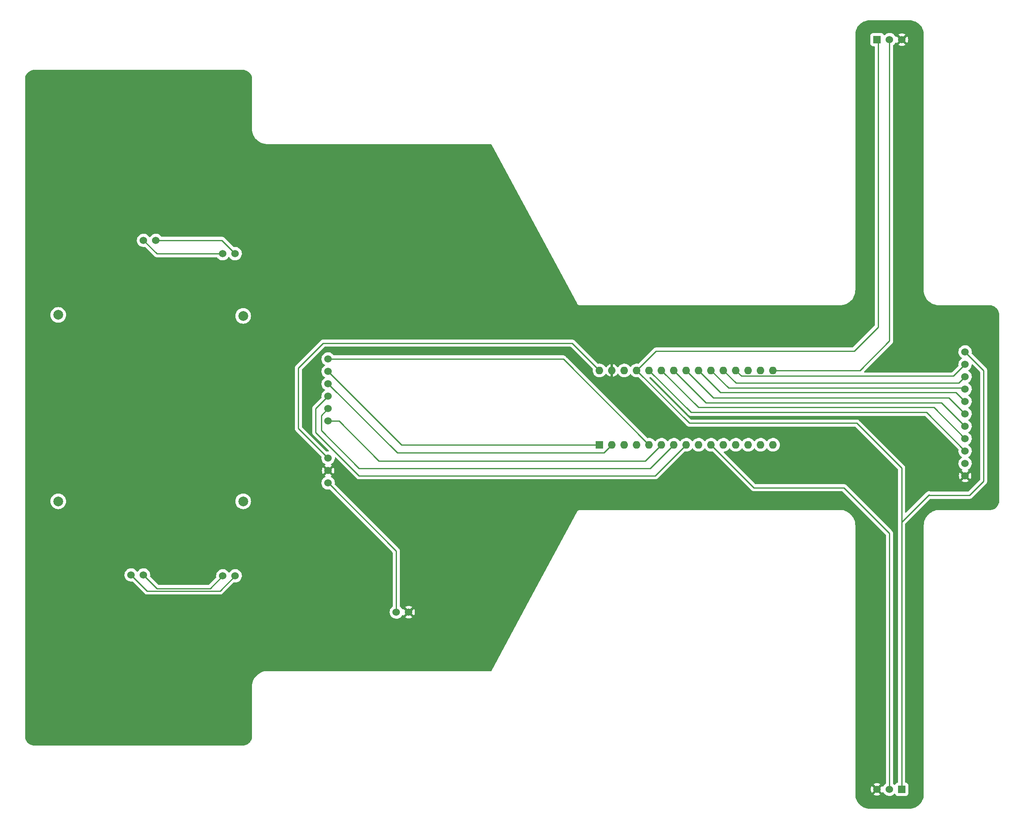
<source format=gtl>
%TF.GenerationSoftware,KiCad,Pcbnew,(6.0.7)*%
%TF.CreationDate,2022-11-01T00:55:13-03:00*%
%TF.ProjectId,gerarduino,67657261-7264-4756-996e-6f2e6b696361,rev?*%
%TF.SameCoordinates,Original*%
%TF.FileFunction,Copper,L1,Top*%
%TF.FilePolarity,Positive*%
%FSLAX46Y46*%
G04 Gerber Fmt 4.6, Leading zero omitted, Abs format (unit mm)*
G04 Created by KiCad (PCBNEW (6.0.7)) date 2022-11-01 00:55:13*
%MOMM*%
%LPD*%
G01*
G04 APERTURE LIST*
%TA.AperFunction,ComponentPad*%
%ADD10R,1.530000X1.530000*%
%TD*%
%TA.AperFunction,ComponentPad*%
%ADD11C,1.530000*%
%TD*%
%TA.AperFunction,ComponentPad*%
%ADD12C,1.524000*%
%TD*%
%TA.AperFunction,ComponentPad*%
%ADD13C,2.000000*%
%TD*%
%TA.AperFunction,ComponentPad*%
%ADD14R,1.600000X1.600000*%
%TD*%
%TA.AperFunction,ComponentPad*%
%ADD15O,1.600000X1.600000*%
%TD*%
%TA.AperFunction,Conductor*%
%ADD16C,0.250000*%
%TD*%
G04 APERTURE END LIST*
D10*
%TO.P,U2,1,vcc*%
%TO.N,/vcc*%
X261366000Y-69595000D03*
D11*
%TO.P,U2,2,out*%
%TO.N,Net-(A1-Pad16)*%
X263906000Y-69595000D03*
%TO.P,U2,3,gnd*%
%TO.N,GND*%
X266446000Y-69595000D03*
%TD*%
D12*
%TO.P,U1,1,+12V*%
%TO.N,Net-(BT1-Pad1)*%
X148844000Y-160464500D03*
%TO.P,U1,2,GND*%
%TO.N,GND*%
X148844000Y-157924500D03*
%TO.P,U1,3,+5V*%
%TO.N,Net-(A1-Pad30)*%
X148844000Y-155384500D03*
%TO.P,U1,4,ENA*%
%TO.N,Net-(A1-Pad6)*%
X148844000Y-147764500D03*
%TO.P,U1,5,IN1*%
%TO.N,Net-(U1-Pad5)*%
X148844000Y-145224500D03*
%TO.P,U1,6,IN2*%
%TO.N,Net-(U1-Pad6)*%
X148844000Y-142684500D03*
%TO.P,U1,7,IN3*%
%TO.N,Net-(A1-Pad2)*%
X148844000Y-140144500D03*
%TO.P,U1,8,IN4*%
%TO.N,Net-(A1-Pad1)*%
X148844000Y-137604500D03*
%TO.P,U1,9,ENB*%
%TO.N,Net-(A1-Pad5)*%
X148844000Y-135064500D03*
%TO.P,U1,10,out1+*%
%TO.N,Net-(M1-Pad1)*%
X127254000Y-113474500D03*
%TO.P,U1,11,out1-*%
%TO.N,Net-(M1-Pad2)*%
X129794000Y-113474500D03*
%TO.P,U1,12,out2+*%
%TO.N,Net-(M2-Pad1)*%
X127254000Y-179514500D03*
%TO.P,U1,13,out2-*%
%TO.N,Net-(M2-Pad2)*%
X129794000Y-179514500D03*
D13*
%TO.P,U1,14*%
%TO.N,N/C*%
X131424000Y-126232000D03*
%TO.P,U1,15*%
X131424000Y-164232000D03*
%TO.P,U1,16*%
X93524000Y-126032000D03*
%TO.P,U1,17*%
X93524000Y-164232000D03*
%TD*%
D12*
%TO.P,M1,1,+*%
%TO.N,Net-(M1-Pad1)*%
X110998000Y-110744000D03*
%TO.P,M1,2,-*%
%TO.N,Net-(M1-Pad2)*%
X113538000Y-110744000D03*
%TD*%
%TO.P,BT1,1,+*%
%TO.N,Net-(BT1-Pad1)*%
X162814000Y-186944000D03*
%TO.P,BT1,2,-*%
%TO.N,GND*%
X165354000Y-186944000D03*
%TD*%
D14*
%TO.P,A1,1,D1/TX*%
%TO.N,Net-(A1-Pad1)*%
X204470000Y-152654000D03*
D15*
%TO.P,A1,2,D0/RX*%
%TO.N,Net-(A1-Pad2)*%
X207010000Y-152654000D03*
%TO.P,A1,3,~{RESET}*%
%TO.N,unconnected-(A1-Pad3)*%
X209550000Y-152654000D03*
%TO.P,A1,4,GND*%
%TO.N,unconnected-(A1-Pad4)*%
X212090000Y-152654000D03*
%TO.P,A1,5,D2*%
%TO.N,Net-(A1-Pad5)*%
X214630000Y-152654000D03*
%TO.P,A1,6,D3*%
%TO.N,Net-(A1-Pad6)*%
X217170000Y-152654000D03*
%TO.P,A1,7,D4*%
%TO.N,Net-(U1-Pad5)*%
X219710000Y-152654000D03*
%TO.P,A1,8,D5*%
%TO.N,Net-(U1-Pad6)*%
X222250000Y-152654000D03*
%TO.P,A1,9,D6*%
%TO.N,unconnected-(A1-Pad9)*%
X224790000Y-152654000D03*
%TO.P,A1,10,D7*%
%TO.N,Net-(A1-Pad10)*%
X227330000Y-152654000D03*
%TO.P,A1,11,D8*%
%TO.N,unconnected-(A1-Pad11)*%
X229870000Y-152654000D03*
%TO.P,A1,12,D9*%
%TO.N,unconnected-(A1-Pad12)*%
X232410000Y-152654000D03*
%TO.P,A1,13,D10*%
%TO.N,unconnected-(A1-Pad13)*%
X234950000Y-152654000D03*
%TO.P,A1,14,D11*%
%TO.N,unconnected-(A1-Pad14)*%
X237490000Y-152654000D03*
%TO.P,A1,15,D12*%
%TO.N,unconnected-(A1-Pad15)*%
X240030000Y-152654000D03*
%TO.P,A1,16,D13*%
%TO.N,Net-(A1-Pad16)*%
X240030000Y-137414000D03*
%TO.P,A1,17,3V3*%
%TO.N,unconnected-(A1-Pad17)*%
X237490000Y-137414000D03*
%TO.P,A1,18,AREF*%
%TO.N,unconnected-(A1-Pad18)*%
X234950000Y-137414000D03*
%TO.P,A1,19,A0*%
%TO.N,Net-(A1-Pad19)*%
X232410000Y-137414000D03*
%TO.P,A1,20,A1*%
%TO.N,Net-(A1-Pad20)*%
X229870000Y-137414000D03*
%TO.P,A1,21,A2*%
%TO.N,Net-(A1-Pad21)*%
X227330000Y-137414000D03*
%TO.P,A1,22,A3*%
%TO.N,Net-(A1-Pad22)*%
X224790000Y-137414000D03*
%TO.P,A1,23,A4*%
%TO.N,Net-(A1-Pad23)*%
X222250000Y-137414000D03*
%TO.P,A1,24,A5*%
%TO.N,Net-(A1-Pad24)*%
X219710000Y-137414000D03*
%TO.P,A1,25,A6*%
%TO.N,Net-(A1-Pad25)*%
X217170000Y-137414000D03*
%TO.P,A1,26,A7*%
%TO.N,Net-(A1-Pad26)*%
X214630000Y-137414000D03*
%TO.P,A1,27,+5V*%
%TO.N,/vcc*%
X212090000Y-137414000D03*
%TO.P,A1,28,~{RESET}*%
%TO.N,unconnected-(A1-Pad28)*%
X209550000Y-137414000D03*
%TO.P,A1,29,GND*%
%TO.N,GND*%
X207010000Y-137414000D03*
%TO.P,A1,30,VIN*%
%TO.N,Net-(A1-Pad30)*%
X204470000Y-137414000D03*
%TD*%
D12*
%TO.P,U4,1,GND*%
%TO.N,GND*%
X279400000Y-159004000D03*
%TO.P,U4,2,IR*%
%TO.N,unconnected-(U4-Pad2)*%
X279400000Y-156464000D03*
%TO.P,U4,3,D1*%
%TO.N,Net-(A1-Pad26)*%
X279400000Y-153924000D03*
%TO.P,U4,4,D2*%
%TO.N,Net-(A1-Pad25)*%
X279400000Y-151384000D03*
%TO.P,U4,5,D3*%
%TO.N,Net-(A1-Pad24)*%
X279400000Y-148844000D03*
%TO.P,U4,6,D4*%
%TO.N,Net-(A1-Pad23)*%
X279400000Y-146304000D03*
%TO.P,U4,7,D5*%
%TO.N,Net-(A1-Pad22)*%
X279400000Y-143764000D03*
%TO.P,U4,8,D6*%
%TO.N,Net-(A1-Pad21)*%
X279400000Y-141224000D03*
%TO.P,U4,9,D7*%
%TO.N,Net-(A1-Pad20)*%
X279400000Y-138684000D03*
%TO.P,U4,10,D8*%
%TO.N,Net-(A1-Pad19)*%
X279400000Y-136144000D03*
%TO.P,U4,11,VCC*%
%TO.N,/vcc*%
X279400000Y-133604000D03*
%TD*%
%TO.P,M2,1,+*%
%TO.N,Net-(M2-Pad1)*%
X110998000Y-179324000D03*
%TO.P,M2,2,-*%
%TO.N,Net-(M2-Pad2)*%
X108458000Y-179324000D03*
%TD*%
D10*
%TO.P,U3,1,vcc*%
%TO.N,/vcc*%
X266400791Y-223267000D03*
D11*
%TO.P,U3,2,out*%
%TO.N,Net-(A1-Pad10)*%
X263860791Y-223267000D03*
%TO.P,U3,3,gnd*%
%TO.N,GND*%
X261320791Y-223267000D03*
%TD*%
D16*
%TO.N,Net-(A1-Pad5)*%
X214630000Y-152654000D02*
X197040500Y-135064500D01*
X197040500Y-135064500D02*
X148844000Y-135064500D01*
%TO.N,Net-(A1-Pad6)*%
X151066500Y-147764500D02*
X159258000Y-155956000D01*
X213868000Y-155956000D02*
X217170000Y-152654000D01*
X148844000Y-147764500D02*
X151066500Y-147764500D01*
X159258000Y-155956000D02*
X213868000Y-155956000D01*
%TO.N,Net-(A1-Pad19)*%
X277005000Y-138539000D02*
X279400000Y-136144000D01*
X233535000Y-138539000D02*
X277005000Y-138539000D01*
X232410000Y-137414000D02*
X233535000Y-138539000D01*
%TO.N,Net-(A1-Pad20)*%
X232456000Y-140000000D02*
X278084000Y-140000000D01*
X229870000Y-137414000D02*
X232456000Y-140000000D01*
X278084000Y-140000000D02*
X279400000Y-138684000D01*
%TO.N,Net-(A1-Pad21)*%
X227330000Y-137414000D02*
X230916000Y-141000000D01*
X230916000Y-141000000D02*
X279176000Y-141000000D01*
X279176000Y-141000000D02*
X279400000Y-141224000D01*
%TO.N,Net-(A1-Pad22)*%
X277536000Y-141900000D02*
X279400000Y-143764000D01*
X224790000Y-137414000D02*
X229276000Y-141900000D01*
X229276000Y-141900000D02*
X277536000Y-141900000D01*
%TO.N,Net-(A1-Pad23)*%
X227836000Y-143000000D02*
X222250000Y-137414000D01*
X276096000Y-143000000D02*
X227836000Y-143000000D01*
X279400000Y-146304000D02*
X276096000Y-143000000D01*
%TO.N,Net-(A1-Pad24)*%
X279400000Y-148844000D02*
X274556000Y-144000000D01*
X274556000Y-144000000D02*
X226296000Y-144000000D01*
X226296000Y-144000000D02*
X219710000Y-137414000D01*
%TO.N,Net-(A1-Pad25)*%
X273016000Y-145000000D02*
X224756000Y-145000000D01*
X224756000Y-145000000D02*
X217170000Y-137414000D01*
X279400000Y-151384000D02*
X273016000Y-145000000D01*
%TO.N,Net-(A1-Pad26)*%
X279400000Y-153924000D02*
X271476000Y-146000000D01*
X223216000Y-146000000D02*
X214630000Y-137414000D01*
X271476000Y-146000000D02*
X223216000Y-146000000D01*
%TO.N,Net-(A1-Pad30)*%
X198882000Y-131826000D02*
X204470000Y-137414000D01*
X148844000Y-155384500D02*
X142748000Y-149288500D01*
X147828000Y-131826000D02*
X198882000Y-131826000D01*
X142748000Y-136906000D02*
X147828000Y-131826000D01*
X142748000Y-149288500D02*
X142748000Y-136906000D01*
%TO.N,Net-(BT1-Pad1)*%
X162814000Y-174414000D02*
X162814000Y-186944000D01*
X148864500Y-160464500D02*
X162814000Y-174414000D01*
X148844000Y-160464500D02*
X148864500Y-160464500D01*
%TO.N,Net-(M1-Pad1)*%
X113728500Y-113474500D02*
X110998000Y-110744000D01*
X127254000Y-113474500D02*
X113728500Y-113474500D01*
%TO.N,Net-(M1-Pad2)*%
X127063500Y-110744000D02*
X113538000Y-110744000D01*
X129794000Y-113474500D02*
X127063500Y-110744000D01*
%TO.N,Net-(M2-Pad1)*%
X124668500Y-182100000D02*
X113774000Y-182100000D01*
X113774000Y-182100000D02*
X110998000Y-179324000D01*
X127254000Y-179514500D02*
X124668500Y-182100000D01*
%TO.N,Net-(M2-Pad2)*%
X111760000Y-182626000D02*
X108458000Y-179324000D01*
X126682500Y-182626000D02*
X111760000Y-182626000D01*
X129794000Y-179514500D02*
X126682500Y-182626000D01*
%TO.N,Net-(A1-Pad1)*%
X163893500Y-152654000D02*
X148844000Y-137604500D01*
X204470000Y-152654000D02*
X163893500Y-152654000D01*
%TO.N,Net-(A1-Pad2)*%
X207010000Y-152654000D02*
X205373557Y-154290443D01*
X162989943Y-154290443D02*
X148844000Y-140144500D01*
X205373557Y-154290443D02*
X162989943Y-154290443D01*
%TO.N,Net-(U1-Pad6)*%
X222250000Y-152654000D02*
X215900000Y-159004000D01*
X146304000Y-145224500D02*
X148844000Y-142684500D01*
X215900000Y-159004000D02*
X155194000Y-159004000D01*
X146304000Y-150114000D02*
X146304000Y-145224500D01*
X155194000Y-159004000D02*
X146304000Y-150114000D01*
%TO.N,Net-(A1-Pad10)*%
X263860791Y-223267000D02*
X263900000Y-223227791D01*
X263900000Y-170800000D02*
X254550000Y-161450000D01*
X263900000Y-223227791D02*
X263900000Y-170800000D01*
X236126000Y-161450000D02*
X227330000Y-152654000D01*
X254550000Y-161450000D02*
X236126000Y-161450000D01*
%TO.N,Net-(U1-Pad5)*%
X147425140Y-146643360D02*
X148844000Y-145224500D01*
X214884000Y-157480000D02*
X155194000Y-157480000D01*
X155194000Y-157480000D02*
X147425140Y-149711140D01*
X147425140Y-149711140D02*
X147425140Y-146643360D01*
X219710000Y-152654000D02*
X214884000Y-157480000D01*
%TO.N,/vcc*%
X272100000Y-163000000D02*
X272000000Y-162900000D01*
X257166000Y-148200000D02*
X266400000Y-157434000D01*
X266400791Y-168499209D02*
X266400791Y-223267000D01*
X266400000Y-157434000D02*
X266400000Y-168400000D01*
X261366000Y-69595000D02*
X261600000Y-69829000D01*
X256650000Y-133450000D02*
X216054000Y-133450000D01*
X261600000Y-128500000D02*
X256650000Y-133450000D01*
X283200000Y-137404000D02*
X283200000Y-160100000D01*
X266500000Y-168400000D02*
X266400791Y-168499209D01*
X280300000Y-163000000D02*
X272100000Y-163000000D01*
X272000000Y-162900000D02*
X266500000Y-168400000D01*
X212090000Y-137414000D02*
X222876000Y-148200000D01*
X216054000Y-133450000D02*
X212090000Y-137414000D01*
X279400000Y-133604000D02*
X283200000Y-137404000D01*
X266400000Y-168400000D02*
X266500000Y-168400000D01*
X283200000Y-160100000D02*
X280300000Y-163000000D01*
X261600000Y-69829000D02*
X261600000Y-128500000D01*
X222876000Y-148200000D02*
X257166000Y-148200000D01*
%TO.N,Net-(A1-Pad16)*%
X263906000Y-69595000D02*
X263906000Y-131375000D01*
X263906000Y-131375000D02*
X257867000Y-137414000D01*
X257867000Y-137414000D02*
X240030000Y-137414000D01*
%TD*%
%TA.AperFunction,Conductor*%
%TO.N,GND*%
G36*
X267938827Y-65625578D02*
G01*
X267970000Y-65629682D01*
X267978189Y-65628604D01*
X267978191Y-65628604D01*
X267986677Y-65627487D01*
X268009714Y-65626582D01*
X268205421Y-65636838D01*
X268272334Y-65640345D01*
X268285449Y-65641723D01*
X268577965Y-65688053D01*
X268590858Y-65690793D01*
X268876926Y-65767444D01*
X268889462Y-65771518D01*
X269132147Y-65864676D01*
X269165941Y-65877648D01*
X269177989Y-65883012D01*
X269441867Y-66017465D01*
X269453288Y-66024059D01*
X269701660Y-66185353D01*
X269712330Y-66193105D01*
X269942490Y-66379484D01*
X269952291Y-66388310D01*
X270161690Y-66597709D01*
X270170516Y-66607510D01*
X270356895Y-66837670D01*
X270364647Y-66848340D01*
X270525941Y-67096712D01*
X270532535Y-67108133D01*
X270666988Y-67372011D01*
X270672352Y-67384059D01*
X270778480Y-67660530D01*
X270782555Y-67673072D01*
X270820700Y-67815429D01*
X270859206Y-67959138D01*
X270861948Y-67972038D01*
X270908277Y-68264550D01*
X270909655Y-68277667D01*
X270923418Y-68540286D01*
X270922513Y-68563323D01*
X270920318Y-68580000D01*
X270922018Y-68592914D01*
X270924422Y-68611173D01*
X270925500Y-68627619D01*
X270925500Y-72604637D01*
X270925302Y-120863482D01*
X270924224Y-120879927D01*
X270920120Y-120911102D01*
X270921198Y-120919291D01*
X270921198Y-120920219D01*
X270921821Y-120926999D01*
X270922366Y-120937401D01*
X270938216Y-121239825D01*
X270989710Y-121564946D01*
X271074907Y-121882903D01*
X271192872Y-122190213D01*
X271194370Y-122193153D01*
X271322478Y-122444577D01*
X271342314Y-122483508D01*
X271521595Y-122759576D01*
X271523677Y-122762147D01*
X271722435Y-123007592D01*
X271728751Y-123015392D01*
X271961512Y-123248152D01*
X272217328Y-123455308D01*
X272493396Y-123634588D01*
X272496330Y-123636083D01*
X272496337Y-123636087D01*
X272614473Y-123696280D01*
X272786692Y-123784030D01*
X273094002Y-123901995D01*
X273411959Y-123987191D01*
X273584717Y-124014553D01*
X273733832Y-124038171D01*
X273733840Y-124038172D01*
X273737080Y-124038685D01*
X274049851Y-124055076D01*
X274056712Y-124055706D01*
X274057615Y-124055706D01*
X274065802Y-124056784D01*
X274097489Y-124052613D01*
X274113752Y-124051536D01*
X279146142Y-124044500D01*
X284412381Y-124044500D01*
X284428827Y-124045578D01*
X284460000Y-124049682D01*
X284468187Y-124048604D01*
X284468188Y-124048604D01*
X284473975Y-124047842D01*
X284498664Y-124047034D01*
X284704914Y-124060553D01*
X284721254Y-124062704D01*
X284837568Y-124085840D01*
X284953885Y-124108977D01*
X284969795Y-124113240D01*
X285194394Y-124189481D01*
X285209620Y-124195788D01*
X285422342Y-124300691D01*
X285436616Y-124308932D01*
X285633828Y-124440704D01*
X285646903Y-124450737D01*
X285825232Y-124607127D01*
X285836873Y-124618768D01*
X285940015Y-124736379D01*
X285993263Y-124797097D01*
X286003296Y-124810172D01*
X286135068Y-125007384D01*
X286143309Y-125021658D01*
X286248212Y-125234380D01*
X286254518Y-125249604D01*
X286330760Y-125474205D01*
X286335024Y-125490118D01*
X286381296Y-125722746D01*
X286383447Y-125739086D01*
X286396966Y-125945336D01*
X286396158Y-125970025D01*
X286394318Y-125984000D01*
X286395396Y-125992188D01*
X286398422Y-126015173D01*
X286399500Y-126031619D01*
X286399500Y-164036381D01*
X286398422Y-164052827D01*
X286394318Y-164084000D01*
X286395396Y-164092187D01*
X286395396Y-164092188D01*
X286396158Y-164097975D01*
X286396966Y-164122664D01*
X286383447Y-164328914D01*
X286381296Y-164345254D01*
X286353868Y-164483148D01*
X286335024Y-164577882D01*
X286330760Y-164593795D01*
X286254519Y-164818394D01*
X286248212Y-164833620D01*
X286143309Y-165046342D01*
X286135068Y-165060616D01*
X286003296Y-165257828D01*
X285993263Y-165270903D01*
X285836873Y-165449232D01*
X285825232Y-165460873D01*
X285742508Y-165533420D01*
X285646903Y-165617263D01*
X285633828Y-165627296D01*
X285436616Y-165759068D01*
X285422342Y-165767309D01*
X285209620Y-165872212D01*
X285194396Y-165878518D01*
X284969795Y-165954760D01*
X284953885Y-165959023D01*
X284837568Y-165982160D01*
X284721254Y-166005296D01*
X284704914Y-166007447D01*
X284498664Y-166020966D01*
X284473975Y-166020158D01*
X284468188Y-166019396D01*
X284468187Y-166019396D01*
X284460000Y-166018318D01*
X284447953Y-166019904D01*
X284428827Y-166022422D01*
X284412381Y-166023500D01*
X279185333Y-166023500D01*
X279185272Y-166023498D01*
X279185211Y-166023490D01*
X279185028Y-166023490D01*
X279145163Y-166023500D01*
X279106639Y-166023500D01*
X279106580Y-166023508D01*
X279106523Y-166023510D01*
X278394749Y-166023688D01*
X274126049Y-166024753D01*
X274109574Y-166023675D01*
X274086681Y-166020661D01*
X274086679Y-166020661D01*
X274078490Y-166019583D01*
X274070297Y-166020662D01*
X274069541Y-166020662D01*
X274062200Y-166021336D01*
X273977916Y-166025753D01*
X273749771Y-166037710D01*
X273746531Y-166038223D01*
X273746523Y-166038224D01*
X273597309Y-166061858D01*
X273424653Y-166089204D01*
X273106699Y-166174400D01*
X272799391Y-166292364D01*
X272796451Y-166293862D01*
X272509039Y-166440305D01*
X272509032Y-166440309D01*
X272506098Y-166441804D01*
X272503332Y-166443600D01*
X272503329Y-166443602D01*
X272385983Y-166519807D01*
X272230032Y-166621082D01*
X272227474Y-166623153D01*
X272227469Y-166623157D01*
X272072697Y-166748488D01*
X271974217Y-166828235D01*
X271741457Y-167060992D01*
X271534302Y-167316805D01*
X271355021Y-167592869D01*
X271205578Y-167886161D01*
X271204395Y-167889244D01*
X271089508Y-168188524D01*
X271087610Y-168193467D01*
X271002411Y-168511420D01*
X270950914Y-168836537D01*
X270934519Y-169149300D01*
X270933888Y-169156168D01*
X270933888Y-169157070D01*
X270932810Y-169165257D01*
X270933888Y-169173447D01*
X270936897Y-169196306D01*
X270937975Y-169212794D01*
X270925514Y-204684476D01*
X270925511Y-204684556D01*
X270925500Y-204684639D01*
X270925500Y-204723300D01*
X270925486Y-204763150D01*
X270925497Y-204763236D01*
X270925500Y-204763321D01*
X270925500Y-224234381D01*
X270924422Y-224250827D01*
X270920318Y-224282000D01*
X270921396Y-224290189D01*
X270921396Y-224290191D01*
X270922513Y-224298677D01*
X270923418Y-224321714D01*
X270909655Y-224584333D01*
X270908277Y-224597450D01*
X270861948Y-224889962D01*
X270859207Y-224902858D01*
X270782556Y-225188926D01*
X270778480Y-225201470D01*
X270672352Y-225477941D01*
X270666988Y-225489989D01*
X270532535Y-225753867D01*
X270525941Y-225765288D01*
X270364647Y-226013660D01*
X270356895Y-226024330D01*
X270170516Y-226254490D01*
X270161690Y-226264291D01*
X269952291Y-226473690D01*
X269942490Y-226482516D01*
X269712330Y-226668895D01*
X269701660Y-226676647D01*
X269453288Y-226837941D01*
X269441867Y-226844535D01*
X269177989Y-226978988D01*
X269165940Y-226984352D01*
X268889462Y-227090482D01*
X268876928Y-227094555D01*
X268590858Y-227171207D01*
X268577965Y-227173947D01*
X268285450Y-227220277D01*
X268272334Y-227221655D01*
X268205421Y-227225162D01*
X268009714Y-227235418D01*
X267986677Y-227234513D01*
X267978191Y-227233396D01*
X267978189Y-227233396D01*
X267970000Y-227232318D01*
X267961812Y-227233396D01*
X267938827Y-227236422D01*
X267922381Y-227237500D01*
X259889619Y-227237500D01*
X259873173Y-227236422D01*
X259850188Y-227233396D01*
X259842000Y-227232318D01*
X259833811Y-227233396D01*
X259833809Y-227233396D01*
X259825323Y-227234513D01*
X259802286Y-227235418D01*
X259606579Y-227225162D01*
X259539666Y-227221655D01*
X259526550Y-227220277D01*
X259234035Y-227173947D01*
X259221142Y-227171207D01*
X258935072Y-227094555D01*
X258922538Y-227090482D01*
X258646060Y-226984352D01*
X258634011Y-226978988D01*
X258370133Y-226844535D01*
X258358712Y-226837941D01*
X258110340Y-226676647D01*
X258099670Y-226668895D01*
X257869510Y-226482516D01*
X257859709Y-226473690D01*
X257650310Y-226264291D01*
X257641484Y-226254490D01*
X257455105Y-226024330D01*
X257447353Y-226013660D01*
X257286059Y-225765288D01*
X257279465Y-225753867D01*
X257145012Y-225489989D01*
X257139648Y-225477941D01*
X257033520Y-225201470D01*
X257029444Y-225188926D01*
X256952793Y-224902858D01*
X256950052Y-224889962D01*
X256903723Y-224597450D01*
X256902345Y-224584333D01*
X256888908Y-224327932D01*
X260624414Y-224327932D01*
X260633707Y-224339945D01*
X260677360Y-224370512D01*
X260686838Y-224375984D01*
X260878753Y-224465475D01*
X260889046Y-224469221D01*
X261093577Y-224524025D01*
X261104372Y-224525928D01*
X261315316Y-224544384D01*
X261326266Y-224544384D01*
X261537210Y-224525928D01*
X261548005Y-224524025D01*
X261752536Y-224469221D01*
X261762829Y-224465475D01*
X261954744Y-224375984D01*
X261964222Y-224370512D01*
X262008711Y-224339359D01*
X262017085Y-224328883D01*
X262010017Y-224315436D01*
X261333603Y-223639022D01*
X261319659Y-223631408D01*
X261317826Y-223631539D01*
X261311211Y-223635790D01*
X260630844Y-224316157D01*
X260624414Y-224327932D01*
X256888908Y-224327932D01*
X256888582Y-224321714D01*
X256889487Y-224298677D01*
X256890604Y-224290191D01*
X256890604Y-224290189D01*
X256891682Y-224282000D01*
X256887578Y-224250827D01*
X256886500Y-224234381D01*
X256886500Y-223272475D01*
X260043407Y-223272475D01*
X260061863Y-223483419D01*
X260063766Y-223494214D01*
X260118570Y-223698745D01*
X260122316Y-223709037D01*
X260211803Y-223900944D01*
X260217286Y-223910439D01*
X260248431Y-223954919D01*
X260258908Y-223963294D01*
X260272355Y-223956226D01*
X260948769Y-223279812D01*
X260956383Y-223265868D01*
X260956252Y-223264035D01*
X260952001Y-223257420D01*
X260271634Y-222577053D01*
X260259859Y-222570623D01*
X260247844Y-222579919D01*
X260217286Y-222623561D01*
X260211803Y-222633056D01*
X260122316Y-222824963D01*
X260118570Y-222835255D01*
X260063766Y-223039786D01*
X260061863Y-223050581D01*
X260043407Y-223261525D01*
X260043407Y-223272475D01*
X256886500Y-223272475D01*
X256886500Y-222205117D01*
X260624497Y-222205117D01*
X260631565Y-222218564D01*
X261307979Y-222894978D01*
X261321923Y-222902592D01*
X261323756Y-222902461D01*
X261330371Y-222898210D01*
X262010738Y-222217843D01*
X262017168Y-222206068D01*
X262007875Y-222194055D01*
X261964222Y-222163488D01*
X261954744Y-222158016D01*
X261762829Y-222068525D01*
X261752536Y-222064779D01*
X261548005Y-222009975D01*
X261537210Y-222008072D01*
X261326266Y-221989616D01*
X261315316Y-221989616D01*
X261104372Y-222008072D01*
X261093577Y-222009975D01*
X260889046Y-222064779D01*
X260878754Y-222068525D01*
X260686847Y-222158012D01*
X260677352Y-222163495D01*
X260632872Y-222194640D01*
X260624497Y-222205117D01*
X256886500Y-222205117D01*
X256886500Y-204684636D01*
X256886469Y-199042422D01*
X256886302Y-169211030D01*
X256887380Y-169194583D01*
X256890406Y-169171601D01*
X256891484Y-169163414D01*
X256890406Y-169155224D01*
X256890406Y-169154393D01*
X256889755Y-169147306D01*
X256889320Y-169138995D01*
X256877333Y-168910254D01*
X256873546Y-168837984D01*
X256873545Y-168837975D01*
X256873373Y-168834692D01*
X256861989Y-168762816D01*
X256822396Y-168512827D01*
X256822395Y-168512821D01*
X256821880Y-168509571D01*
X256736685Y-168191614D01*
X256618721Y-167884305D01*
X256469281Y-167591009D01*
X256290001Y-167314941D01*
X256219198Y-167227505D01*
X256084923Y-167061689D01*
X256082847Y-167059125D01*
X255850087Y-166826364D01*
X255594272Y-166619208D01*
X255318205Y-166439927D01*
X255315273Y-166438433D01*
X255315266Y-166438429D01*
X255027850Y-166291983D01*
X255024910Y-166290485D01*
X254811608Y-166208606D01*
X254720691Y-166173706D01*
X254720689Y-166173705D01*
X254717601Y-166172520D01*
X254399644Y-166087323D01*
X254226920Y-166059966D01*
X254077772Y-166036343D01*
X254077764Y-166036342D01*
X254074524Y-166035829D01*
X253761755Y-166019437D01*
X253754895Y-166018807D01*
X253753989Y-166018807D01*
X253745802Y-166017729D01*
X253737614Y-166018807D01*
X253737613Y-166018807D01*
X253714620Y-166021834D01*
X253698175Y-166022912D01*
X223662937Y-166023243D01*
X200442809Y-166023499D01*
X200430075Y-166022854D01*
X200388040Y-166018584D01*
X200379891Y-166019904D01*
X200379882Y-166019904D01*
X200320614Y-166029503D01*
X200316941Y-166030043D01*
X200249232Y-166038958D01*
X200241924Y-166041984D01*
X200239775Y-166042595D01*
X200231959Y-166043861D01*
X200224426Y-166047246D01*
X200224427Y-166047246D01*
X200169644Y-166071865D01*
X200166215Y-166073345D01*
X200126928Y-166089619D01*
X200103153Y-166099467D01*
X200096871Y-166104287D01*
X200094964Y-166105426D01*
X200087738Y-166108674D01*
X200081343Y-166113890D01*
X200081339Y-166113892D01*
X200034790Y-166151855D01*
X200031868Y-166154167D01*
X199977713Y-166195723D01*
X199972891Y-166202008D01*
X199971342Y-166203603D01*
X199965207Y-166208606D01*
X199960374Y-166215307D01*
X199925266Y-166263984D01*
X199923036Y-166266981D01*
X199886491Y-166314608D01*
X199886487Y-166314614D01*
X199881461Y-166321165D01*
X199865292Y-166360202D01*
X199859828Y-166371708D01*
X190716640Y-183351915D01*
X182303005Y-198977237D01*
X182253098Y-199027732D01*
X182192066Y-199043500D01*
X136445619Y-199043500D01*
X136429173Y-199042422D01*
X136406188Y-199039396D01*
X136398000Y-199038318D01*
X136389813Y-199039396D01*
X136388907Y-199039396D01*
X136382047Y-199040026D01*
X136069278Y-199056418D01*
X136066038Y-199056931D01*
X136066030Y-199056932D01*
X135916915Y-199080550D01*
X135744157Y-199107912D01*
X135426200Y-199193108D01*
X135118891Y-199311073D01*
X135115951Y-199312571D01*
X134828536Y-199459016D01*
X134828529Y-199459020D01*
X134825595Y-199460515D01*
X134549527Y-199639795D01*
X134293711Y-199846951D01*
X134060951Y-200079711D01*
X133853795Y-200335527D01*
X133674515Y-200611595D01*
X133525073Y-200904891D01*
X133407108Y-201212200D01*
X133321912Y-201530157D01*
X133270418Y-201855278D01*
X133254027Y-202168040D01*
X133253396Y-202174907D01*
X133253396Y-202175813D01*
X133252318Y-202184000D01*
X133253396Y-202192188D01*
X133256422Y-202215173D01*
X133257500Y-202231619D01*
X133257500Y-212296381D01*
X133256422Y-212312827D01*
X133252318Y-212344000D01*
X133253396Y-212352187D01*
X133253396Y-212352188D01*
X133254158Y-212357975D01*
X133254966Y-212382664D01*
X133241447Y-212588914D01*
X133239296Y-212605254D01*
X133193024Y-212837882D01*
X133188760Y-212853795D01*
X133112519Y-213078394D01*
X133106212Y-213093620D01*
X133001309Y-213306342D01*
X132993068Y-213320616D01*
X132861296Y-213517828D01*
X132851263Y-213530903D01*
X132694873Y-213709232D01*
X132683232Y-213720873D01*
X132504903Y-213877263D01*
X132491828Y-213887296D01*
X132294616Y-214019068D01*
X132280342Y-214027309D01*
X132067620Y-214132212D01*
X132052396Y-214138518D01*
X131827795Y-214214760D01*
X131811885Y-214219023D01*
X131695568Y-214242160D01*
X131579254Y-214265296D01*
X131562914Y-214267447D01*
X131356664Y-214280966D01*
X131331975Y-214280158D01*
X131326188Y-214279396D01*
X131326187Y-214279396D01*
X131318000Y-214278318D01*
X131309812Y-214279396D01*
X131286827Y-214282422D01*
X131270381Y-214283500D01*
X88693619Y-214283500D01*
X88677173Y-214282422D01*
X88654188Y-214279396D01*
X88646000Y-214278318D01*
X88637813Y-214279396D01*
X88637812Y-214279396D01*
X88632025Y-214280158D01*
X88607336Y-214280966D01*
X88401086Y-214267447D01*
X88384746Y-214265296D01*
X88268432Y-214242160D01*
X88152115Y-214219023D01*
X88136205Y-214214760D01*
X87911604Y-214138518D01*
X87896380Y-214132212D01*
X87683658Y-214027309D01*
X87669384Y-214019068D01*
X87472172Y-213887296D01*
X87459097Y-213877263D01*
X87280768Y-213720873D01*
X87269127Y-213709232D01*
X87112737Y-213530903D01*
X87102704Y-213517828D01*
X86970932Y-213320616D01*
X86962691Y-213306342D01*
X86857788Y-213093620D01*
X86851481Y-213078394D01*
X86775240Y-212853795D01*
X86770976Y-212837882D01*
X86724704Y-212605254D01*
X86722553Y-212588914D01*
X86709034Y-212382664D01*
X86709842Y-212357975D01*
X86710604Y-212352188D01*
X86710604Y-212352187D01*
X86711682Y-212344000D01*
X86707578Y-212312827D01*
X86706500Y-212296381D01*
X86706500Y-179290597D01*
X107091238Y-179290597D01*
X107091535Y-179295749D01*
X107091535Y-179295753D01*
X107097015Y-179390786D01*
X107104135Y-179514273D01*
X107105272Y-179519319D01*
X107105273Y-179519325D01*
X107119237Y-179581286D01*
X107153391Y-179732840D01*
X107237683Y-179940426D01*
X107354748Y-180131458D01*
X107501441Y-180300806D01*
X107673824Y-180443920D01*
X107678280Y-180446524D01*
X107678283Y-180446526D01*
X107862807Y-180554353D01*
X107867265Y-180556958D01*
X108076572Y-180636885D01*
X108081638Y-180637916D01*
X108081639Y-180637916D01*
X108132964Y-180648358D01*
X108296122Y-180681553D01*
X108422331Y-180686181D01*
X108514855Y-180689574D01*
X108514859Y-180689574D01*
X108520019Y-180689763D01*
X108525139Y-180689107D01*
X108525141Y-180689107D01*
X108704852Y-180666085D01*
X108774962Y-180677269D01*
X108809957Y-180701969D01*
X111201341Y-183093353D01*
X111213727Y-183107765D01*
X111225791Y-183124158D01*
X111231367Y-183128895D01*
X111264147Y-183156744D01*
X111271662Y-183163674D01*
X111276949Y-183168961D01*
X111292234Y-183181054D01*
X111298185Y-183185762D01*
X111301584Y-183188550D01*
X111309547Y-183195315D01*
X111354720Y-183233692D01*
X111361243Y-183237022D01*
X111365752Y-183240030D01*
X111370428Y-183242918D01*
X111376175Y-183247465D01*
X111426886Y-183271166D01*
X111439334Y-183276984D01*
X111443284Y-183278915D01*
X111498865Y-183307296D01*
X111498867Y-183307297D01*
X111505389Y-183310627D01*
X111512505Y-183312368D01*
X111517635Y-183314276D01*
X111522805Y-183315996D01*
X111529438Y-183319096D01*
X111597710Y-183333296D01*
X111601981Y-183334263D01*
X111669717Y-183350838D01*
X111675314Y-183351185D01*
X111675319Y-183351186D01*
X111680388Y-183351500D01*
X111680387Y-183351519D01*
X111684943Y-183351793D01*
X111687907Y-183352057D01*
X111695068Y-183353547D01*
X111769018Y-183351546D01*
X111772426Y-183351500D01*
X126617936Y-183351500D01*
X126636886Y-183352933D01*
X126649773Y-183354894D01*
X126649779Y-183354894D01*
X126657008Y-183355994D01*
X126664300Y-183355401D01*
X126664303Y-183355401D01*
X126707157Y-183351915D01*
X126717372Y-183351500D01*
X126724863Y-183351500D01*
X126728498Y-183351076D01*
X126728501Y-183351076D01*
X126745362Y-183349110D01*
X126751770Y-183348363D01*
X126756141Y-183347930D01*
X126766326Y-183347102D01*
X126818328Y-183342873D01*
X126818331Y-183342872D01*
X126825627Y-183342279D01*
X126832595Y-183340022D01*
X126837979Y-183338946D01*
X126843269Y-183337696D01*
X126850537Y-183336848D01*
X126857411Y-183334353D01*
X126857419Y-183334351D01*
X126916092Y-183313053D01*
X126920254Y-183311624D01*
X126979603Y-183292398D01*
X126986567Y-183290142D01*
X126992824Y-183286345D01*
X126997792Y-183284071D01*
X127002684Y-183281621D01*
X127009561Y-183279125D01*
X127015675Y-183275117D01*
X127015682Y-183275113D01*
X127067881Y-183240889D01*
X127071601Y-183238542D01*
X127126397Y-183205292D01*
X127126403Y-183205288D01*
X127131198Y-183202378D01*
X127135401Y-183198666D01*
X127135405Y-183198663D01*
X127139212Y-183195300D01*
X127139225Y-183195315D01*
X127142655Y-183192273D01*
X127144918Y-183190381D01*
X127151040Y-183186367D01*
X127201932Y-183132644D01*
X127204310Y-183130202D01*
X129443269Y-180891243D01*
X129505581Y-180857217D01*
X129557481Y-180856867D01*
X129632122Y-180872053D01*
X129637297Y-180872243D01*
X129637299Y-180872243D01*
X129850855Y-180880074D01*
X129850859Y-180880074D01*
X129856019Y-180880263D01*
X129861139Y-180879607D01*
X129861141Y-180879607D01*
X129954891Y-180867597D01*
X130078251Y-180851794D01*
X130083200Y-180850309D01*
X130083206Y-180850308D01*
X130207806Y-180812926D01*
X130292849Y-180787412D01*
X130344770Y-180761976D01*
X130489411Y-180691117D01*
X130489414Y-180691115D01*
X130494050Y-180688844D01*
X130569480Y-180635040D01*
X130672238Y-180561744D01*
X130672243Y-180561740D01*
X130676450Y-180558739D01*
X130835152Y-180400590D01*
X130965893Y-180218645D01*
X131065163Y-180017789D01*
X131130294Y-179803417D01*
X131139586Y-179732840D01*
X131159101Y-179584607D01*
X131159101Y-179584603D01*
X131159538Y-179581286D01*
X131161170Y-179514500D01*
X131142812Y-179291206D01*
X131088230Y-179073908D01*
X131005399Y-178883408D01*
X131000952Y-178873180D01*
X131000950Y-178873177D01*
X130998892Y-178868443D01*
X130877195Y-178680328D01*
X130726408Y-178514615D01*
X130638494Y-178445185D01*
X130554635Y-178378957D01*
X130554632Y-178378955D01*
X130550580Y-178375755D01*
X130354434Y-178267477D01*
X130349565Y-178265753D01*
X130349561Y-178265751D01*
X130148113Y-178194414D01*
X130148109Y-178194413D01*
X130143238Y-178192688D01*
X130138145Y-178191781D01*
X130138142Y-178191780D01*
X130044548Y-178175109D01*
X129922662Y-178153398D01*
X129837011Y-178152351D01*
X129703801Y-178150723D01*
X129703799Y-178150723D01*
X129698631Y-178150660D01*
X129477161Y-178184550D01*
X129372482Y-178218764D01*
X129269118Y-178252548D01*
X129269112Y-178252551D01*
X129264200Y-178254156D01*
X129259614Y-178256543D01*
X129259610Y-178256545D01*
X129070061Y-178355219D01*
X129065468Y-178357610D01*
X129061326Y-178360720D01*
X128894458Y-178486008D01*
X128886300Y-178492133D01*
X128731509Y-178654112D01*
X128627291Y-178806891D01*
X128572381Y-178851892D01*
X128501856Y-178860063D01*
X128438109Y-178828809D01*
X128417412Y-178804325D01*
X128340003Y-178684668D01*
X128340001Y-178684665D01*
X128337195Y-178680328D01*
X128186408Y-178514615D01*
X128098494Y-178445185D01*
X128014635Y-178378957D01*
X128014632Y-178378955D01*
X128010580Y-178375755D01*
X127814434Y-178267477D01*
X127809565Y-178265753D01*
X127809561Y-178265751D01*
X127608113Y-178194414D01*
X127608109Y-178194413D01*
X127603238Y-178192688D01*
X127598145Y-178191781D01*
X127598142Y-178191780D01*
X127504548Y-178175109D01*
X127382662Y-178153398D01*
X127297011Y-178152351D01*
X127163801Y-178150723D01*
X127163799Y-178150723D01*
X127158631Y-178150660D01*
X126937161Y-178184550D01*
X126832482Y-178218764D01*
X126729118Y-178252548D01*
X126729112Y-178252551D01*
X126724200Y-178254156D01*
X126719614Y-178256543D01*
X126719610Y-178256545D01*
X126530061Y-178355219D01*
X126525468Y-178357610D01*
X126521326Y-178360720D01*
X126354458Y-178486008D01*
X126346300Y-178492133D01*
X126191509Y-178654112D01*
X126188600Y-178658377D01*
X126188594Y-178658385D01*
X126175253Y-178677943D01*
X126065253Y-178839197D01*
X126049479Y-178873180D01*
X125973097Y-179037728D01*
X125973095Y-179037733D01*
X125970920Y-179042419D01*
X125911046Y-179258318D01*
X125887238Y-179481097D01*
X125887535Y-179486249D01*
X125887535Y-179486253D01*
X125893015Y-179581286D01*
X125900135Y-179704773D01*
X125901272Y-179709820D01*
X125901273Y-179709824D01*
X125910178Y-179749336D01*
X125905642Y-179820187D01*
X125876356Y-179866132D01*
X124404893Y-181337595D01*
X124342581Y-181371621D01*
X124315798Y-181374500D01*
X114126702Y-181374500D01*
X114058581Y-181354498D01*
X114037607Y-181337595D01*
X112375746Y-179675734D01*
X112341720Y-179613422D01*
X112339919Y-179570193D01*
X112363101Y-179394107D01*
X112363101Y-179394103D01*
X112363538Y-179390786D01*
X112365170Y-179324000D01*
X112346812Y-179100706D01*
X112292230Y-178883408D01*
X112202892Y-178677943D01*
X112099701Y-178518434D01*
X112084003Y-178494168D01*
X112084001Y-178494165D01*
X112081195Y-178489828D01*
X111930408Y-178324115D01*
X111839788Y-178252548D01*
X111758635Y-178188457D01*
X111758632Y-178188455D01*
X111754580Y-178185255D01*
X111558434Y-178076977D01*
X111553565Y-178075253D01*
X111553561Y-178075251D01*
X111352113Y-178003914D01*
X111352109Y-178003913D01*
X111347238Y-178002188D01*
X111342145Y-178001281D01*
X111342142Y-178001280D01*
X111248548Y-177984609D01*
X111126662Y-177962898D01*
X111041011Y-177961851D01*
X110907801Y-177960223D01*
X110907799Y-177960223D01*
X110902631Y-177960160D01*
X110681161Y-177994050D01*
X110576482Y-178028264D01*
X110473118Y-178062048D01*
X110473112Y-178062051D01*
X110468200Y-178063656D01*
X110463614Y-178066043D01*
X110463610Y-178066045D01*
X110437810Y-178079476D01*
X110269468Y-178167110D01*
X110265326Y-178170220D01*
X110135792Y-178267477D01*
X110090300Y-178301633D01*
X109935509Y-178463612D01*
X109831291Y-178616391D01*
X109776381Y-178661392D01*
X109705856Y-178669563D01*
X109642109Y-178638309D01*
X109621412Y-178613825D01*
X109544003Y-178494168D01*
X109544001Y-178494165D01*
X109541195Y-178489828D01*
X109390408Y-178324115D01*
X109299788Y-178252548D01*
X109218635Y-178188457D01*
X109218632Y-178188455D01*
X109214580Y-178185255D01*
X109018434Y-178076977D01*
X109013565Y-178075253D01*
X109013561Y-178075251D01*
X108812113Y-178003914D01*
X108812109Y-178003913D01*
X108807238Y-178002188D01*
X108802145Y-178001281D01*
X108802142Y-178001280D01*
X108708548Y-177984609D01*
X108586662Y-177962898D01*
X108501011Y-177961851D01*
X108367801Y-177960223D01*
X108367799Y-177960223D01*
X108362631Y-177960160D01*
X108141161Y-177994050D01*
X108036482Y-178028264D01*
X107933118Y-178062048D01*
X107933112Y-178062051D01*
X107928200Y-178063656D01*
X107923614Y-178066043D01*
X107923610Y-178066045D01*
X107897810Y-178079476D01*
X107729468Y-178167110D01*
X107725326Y-178170220D01*
X107595792Y-178267477D01*
X107550300Y-178301633D01*
X107395509Y-178463612D01*
X107392600Y-178467877D01*
X107392594Y-178467885D01*
X107378171Y-178489028D01*
X107269253Y-178648697D01*
X107254570Y-178680328D01*
X107177097Y-178847228D01*
X107177095Y-178847233D01*
X107174920Y-178851919D01*
X107115046Y-179067818D01*
X107091238Y-179290597D01*
X86706500Y-179290597D01*
X86706500Y-164232000D01*
X91918551Y-164232000D01*
X91938317Y-164483148D01*
X91939471Y-164487955D01*
X91939472Y-164487961D01*
X91964883Y-164593803D01*
X91997127Y-164728111D01*
X92093534Y-164960859D01*
X92225164Y-165175659D01*
X92228376Y-165179419D01*
X92228379Y-165179424D01*
X92295343Y-165257828D01*
X92388776Y-165367224D01*
X92392538Y-165370437D01*
X92576576Y-165527621D01*
X92576581Y-165527624D01*
X92580341Y-165530836D01*
X92795141Y-165662466D01*
X92799711Y-165664359D01*
X92799715Y-165664361D01*
X93023316Y-165756979D01*
X93027889Y-165758873D01*
X93063028Y-165767309D01*
X93268039Y-165816528D01*
X93268045Y-165816529D01*
X93272852Y-165817683D01*
X93524000Y-165837449D01*
X93775148Y-165817683D01*
X93779955Y-165816529D01*
X93779961Y-165816528D01*
X93984972Y-165767309D01*
X94020111Y-165758873D01*
X94024684Y-165756979D01*
X94248285Y-165664361D01*
X94248289Y-165664359D01*
X94252859Y-165662466D01*
X94467659Y-165530836D01*
X94471419Y-165527624D01*
X94471424Y-165527621D01*
X94655462Y-165370437D01*
X94659224Y-165367224D01*
X94752657Y-165257828D01*
X94819621Y-165179424D01*
X94819624Y-165179419D01*
X94822836Y-165175659D01*
X94954466Y-164960859D01*
X95050873Y-164728111D01*
X95083117Y-164593803D01*
X95108528Y-164487961D01*
X95108529Y-164487955D01*
X95109683Y-164483148D01*
X95129449Y-164232000D01*
X129818551Y-164232000D01*
X129838317Y-164483148D01*
X129839471Y-164487955D01*
X129839472Y-164487961D01*
X129864883Y-164593803D01*
X129897127Y-164728111D01*
X129993534Y-164960859D01*
X130125164Y-165175659D01*
X130128376Y-165179419D01*
X130128379Y-165179424D01*
X130195343Y-165257828D01*
X130288776Y-165367224D01*
X130292538Y-165370437D01*
X130476576Y-165527621D01*
X130476581Y-165527624D01*
X130480341Y-165530836D01*
X130695141Y-165662466D01*
X130699711Y-165664359D01*
X130699715Y-165664361D01*
X130923316Y-165756979D01*
X130927889Y-165758873D01*
X130963028Y-165767309D01*
X131168039Y-165816528D01*
X131168045Y-165816529D01*
X131172852Y-165817683D01*
X131424000Y-165837449D01*
X131675148Y-165817683D01*
X131679955Y-165816529D01*
X131679961Y-165816528D01*
X131884972Y-165767309D01*
X131920111Y-165758873D01*
X131924684Y-165756979D01*
X132148285Y-165664361D01*
X132148289Y-165664359D01*
X132152859Y-165662466D01*
X132367659Y-165530836D01*
X132371419Y-165527624D01*
X132371424Y-165527621D01*
X132555462Y-165370437D01*
X132559224Y-165367224D01*
X132652657Y-165257828D01*
X132719621Y-165179424D01*
X132719624Y-165179419D01*
X132722836Y-165175659D01*
X132854466Y-164960859D01*
X132950873Y-164728111D01*
X132983117Y-164593803D01*
X133008528Y-164487961D01*
X133008529Y-164487955D01*
X133009683Y-164483148D01*
X133029449Y-164232000D01*
X133009683Y-163980852D01*
X132950873Y-163735889D01*
X132947762Y-163728379D01*
X132856361Y-163507715D01*
X132856359Y-163507711D01*
X132854466Y-163503141D01*
X132722836Y-163288341D01*
X132719624Y-163284581D01*
X132719621Y-163284576D01*
X132562437Y-163100538D01*
X132559224Y-163096776D01*
X132541052Y-163081256D01*
X132371424Y-162936379D01*
X132371419Y-162936376D01*
X132367659Y-162933164D01*
X132152859Y-162801534D01*
X132148289Y-162799641D01*
X132148285Y-162799639D01*
X131924684Y-162707021D01*
X131924682Y-162707020D01*
X131920111Y-162705127D01*
X131835711Y-162684865D01*
X131679961Y-162647472D01*
X131679955Y-162647471D01*
X131675148Y-162646317D01*
X131424000Y-162626551D01*
X131172852Y-162646317D01*
X131168045Y-162647471D01*
X131168039Y-162647472D01*
X131012289Y-162684865D01*
X130927889Y-162705127D01*
X130923318Y-162707020D01*
X130923316Y-162707021D01*
X130699715Y-162799639D01*
X130699711Y-162799641D01*
X130695141Y-162801534D01*
X130480341Y-162933164D01*
X130476581Y-162936376D01*
X130476576Y-162936379D01*
X130306948Y-163081256D01*
X130288776Y-163096776D01*
X130285563Y-163100538D01*
X130128379Y-163284576D01*
X130128376Y-163284581D01*
X130125164Y-163288341D01*
X129993534Y-163503141D01*
X129991641Y-163507711D01*
X129991639Y-163507715D01*
X129900238Y-163728379D01*
X129897127Y-163735889D01*
X129838317Y-163980852D01*
X129818551Y-164232000D01*
X95129449Y-164232000D01*
X95109683Y-163980852D01*
X95050873Y-163735889D01*
X95047762Y-163728379D01*
X94956361Y-163507715D01*
X94956359Y-163507711D01*
X94954466Y-163503141D01*
X94822836Y-163288341D01*
X94819624Y-163284581D01*
X94819621Y-163284576D01*
X94662437Y-163100538D01*
X94659224Y-163096776D01*
X94641052Y-163081256D01*
X94471424Y-162936379D01*
X94471419Y-162936376D01*
X94467659Y-162933164D01*
X94252859Y-162801534D01*
X94248289Y-162799641D01*
X94248285Y-162799639D01*
X94024684Y-162707021D01*
X94024682Y-162707020D01*
X94020111Y-162705127D01*
X93935711Y-162684865D01*
X93779961Y-162647472D01*
X93779955Y-162647471D01*
X93775148Y-162646317D01*
X93524000Y-162626551D01*
X93272852Y-162646317D01*
X93268045Y-162647471D01*
X93268039Y-162647472D01*
X93112289Y-162684865D01*
X93027889Y-162705127D01*
X93023318Y-162707020D01*
X93023316Y-162707021D01*
X92799715Y-162799639D01*
X92799711Y-162799641D01*
X92795141Y-162801534D01*
X92580341Y-162933164D01*
X92576581Y-162936376D01*
X92576576Y-162936379D01*
X92406948Y-163081256D01*
X92388776Y-163096776D01*
X92385563Y-163100538D01*
X92228379Y-163284576D01*
X92228376Y-163284581D01*
X92225164Y-163288341D01*
X92093534Y-163503141D01*
X92091641Y-163507711D01*
X92091639Y-163507715D01*
X92000238Y-163728379D01*
X91997127Y-163735889D01*
X91938317Y-163980852D01*
X91918551Y-164232000D01*
X86706500Y-164232000D01*
X86706500Y-160431097D01*
X147477238Y-160431097D01*
X147477535Y-160436249D01*
X147477535Y-160436253D01*
X147486149Y-160585639D01*
X147490135Y-160654773D01*
X147491272Y-160659819D01*
X147491273Y-160659825D01*
X147509951Y-160742703D01*
X147539391Y-160873340D01*
X147541333Y-160878122D01*
X147541334Y-160878126D01*
X147583776Y-160982647D01*
X147623683Y-161080926D01*
X147740748Y-161271958D01*
X147887441Y-161441306D01*
X148059824Y-161584420D01*
X148064280Y-161587024D01*
X148064283Y-161587026D01*
X148248807Y-161694853D01*
X148253265Y-161697458D01*
X148462572Y-161777385D01*
X148467638Y-161778416D01*
X148467639Y-161778416D01*
X148518964Y-161788858D01*
X148682122Y-161822053D01*
X148808331Y-161826681D01*
X148900855Y-161830074D01*
X148900859Y-161830074D01*
X148906019Y-161830263D01*
X148911139Y-161829607D01*
X148911141Y-161829607D01*
X149045608Y-161812381D01*
X149109024Y-161804257D01*
X149179134Y-161815441D01*
X149214129Y-161840141D01*
X162051595Y-174677607D01*
X162085621Y-174739919D01*
X162088500Y-174766702D01*
X162088500Y-185721875D01*
X162068498Y-185789996D01*
X162038153Y-185822635D01*
X161938152Y-185897718D01*
X161906300Y-185921633D01*
X161751509Y-186083612D01*
X161748595Y-186087884D01*
X161748594Y-186087885D01*
X161733626Y-186109828D01*
X161625253Y-186268697D01*
X161609763Y-186302068D01*
X161533097Y-186467228D01*
X161533095Y-186467233D01*
X161530920Y-186471919D01*
X161471046Y-186687818D01*
X161447238Y-186910597D01*
X161447535Y-186915749D01*
X161447535Y-186915753D01*
X161453015Y-187010786D01*
X161460135Y-187134273D01*
X161461272Y-187139319D01*
X161461273Y-187139325D01*
X161465909Y-187159896D01*
X161509391Y-187352840D01*
X161511333Y-187357622D01*
X161511334Y-187357626D01*
X161578843Y-187523879D01*
X161593683Y-187560426D01*
X161710748Y-187751458D01*
X161857441Y-187920806D01*
X162029824Y-188063920D01*
X162034280Y-188066524D01*
X162034283Y-188066526D01*
X162165822Y-188143391D01*
X162223265Y-188176958D01*
X162432572Y-188256885D01*
X162437638Y-188257916D01*
X162437639Y-188257916D01*
X162488964Y-188268358D01*
X162652122Y-188301553D01*
X162778331Y-188306181D01*
X162870855Y-188309574D01*
X162870859Y-188309574D01*
X162876019Y-188309763D01*
X162881139Y-188309107D01*
X162881141Y-188309107D01*
X162951826Y-188300052D01*
X163098251Y-188281294D01*
X163103200Y-188279809D01*
X163103206Y-188279808D01*
X163227806Y-188242426D01*
X163312849Y-188216912D01*
X163394405Y-188176958D01*
X163509411Y-188120617D01*
X163509414Y-188120615D01*
X163514050Y-188118344D01*
X163586696Y-188066526D01*
X163676069Y-188002777D01*
X164659777Y-188002777D01*
X164669074Y-188014793D01*
X164712069Y-188044898D01*
X164721555Y-188050376D01*
X164912993Y-188139645D01*
X164923285Y-188143391D01*
X165127309Y-188198059D01*
X165138104Y-188199962D01*
X165348525Y-188218372D01*
X165359475Y-188218372D01*
X165569896Y-188199962D01*
X165580691Y-188198059D01*
X165784715Y-188143391D01*
X165795007Y-188139645D01*
X165986445Y-188050376D01*
X165995931Y-188044898D01*
X166039764Y-188014207D01*
X166048139Y-188003729D01*
X166041071Y-187990281D01*
X165366812Y-187316022D01*
X165352868Y-187308408D01*
X165351035Y-187308539D01*
X165344420Y-187312790D01*
X164666207Y-187991003D01*
X164659777Y-188002777D01*
X163676069Y-188002777D01*
X163692238Y-187991244D01*
X163692243Y-187991240D01*
X163696450Y-187988239D01*
X163855152Y-187830090D01*
X163985893Y-187648145D01*
X164021507Y-187576086D01*
X164069621Y-187523879D01*
X164138322Y-187505972D01*
X164205798Y-187528051D01*
X164243440Y-187572499D01*
X164244870Y-187571673D01*
X164253103Y-187585932D01*
X164283794Y-187629765D01*
X164294271Y-187638140D01*
X164307718Y-187631072D01*
X164981978Y-186956812D01*
X164988356Y-186945132D01*
X165718408Y-186945132D01*
X165718539Y-186946965D01*
X165722790Y-186953580D01*
X166401003Y-187631793D01*
X166412777Y-187638223D01*
X166424793Y-187628926D01*
X166454897Y-187585932D01*
X166460377Y-187576441D01*
X166549645Y-187385007D01*
X166553391Y-187374715D01*
X166608059Y-187170691D01*
X166609962Y-187159896D01*
X166628372Y-186949475D01*
X166628372Y-186938525D01*
X166609962Y-186728104D01*
X166608059Y-186717309D01*
X166553391Y-186513285D01*
X166549645Y-186502993D01*
X166460377Y-186311559D01*
X166454897Y-186302068D01*
X166424206Y-186258235D01*
X166413729Y-186249860D01*
X166400282Y-186256928D01*
X165726022Y-186931188D01*
X165718408Y-186945132D01*
X164988356Y-186945132D01*
X164989592Y-186942868D01*
X164989461Y-186941035D01*
X164985210Y-186934420D01*
X164306997Y-186256207D01*
X164295223Y-186249777D01*
X164283207Y-186259074D01*
X164253105Y-186302064D01*
X164245519Y-186315204D01*
X164194136Y-186364197D01*
X164124422Y-186377632D01*
X164058511Y-186351245D01*
X164024213Y-186306807D01*
X164023399Y-186307244D01*
X164020952Y-186302682D01*
X164018892Y-186297943D01*
X163897195Y-186109828D01*
X163746408Y-185944115D01*
X163670632Y-185884271D01*
X164659860Y-185884271D01*
X164666928Y-185897718D01*
X165341188Y-186571978D01*
X165355132Y-186579592D01*
X165356965Y-186579461D01*
X165363580Y-186575210D01*
X166041793Y-185896997D01*
X166048223Y-185885223D01*
X166038926Y-185873207D01*
X165995931Y-185843102D01*
X165986445Y-185837624D01*
X165795007Y-185748355D01*
X165784715Y-185744609D01*
X165580691Y-185689941D01*
X165569896Y-185688038D01*
X165359475Y-185669628D01*
X165348525Y-185669628D01*
X165138104Y-185688038D01*
X165127309Y-185689941D01*
X164923285Y-185744609D01*
X164912993Y-185748355D01*
X164721559Y-185837623D01*
X164712068Y-185843103D01*
X164668235Y-185873794D01*
X164659860Y-185884271D01*
X163670632Y-185884271D01*
X163587408Y-185818545D01*
X163546345Y-185760628D01*
X163539500Y-185719663D01*
X163539500Y-174478564D01*
X163540933Y-174459614D01*
X163542894Y-174446727D01*
X163542894Y-174446721D01*
X163543994Y-174439492D01*
X163539915Y-174389343D01*
X163539500Y-174379128D01*
X163539500Y-174371637D01*
X163536363Y-174344730D01*
X163535930Y-174340355D01*
X163530873Y-174278172D01*
X163530872Y-174278169D01*
X163530279Y-174270873D01*
X163528023Y-174263909D01*
X163526948Y-174258528D01*
X163525696Y-174253231D01*
X163524848Y-174245963D01*
X163501048Y-174180395D01*
X163499625Y-174176250D01*
X163480396Y-174116893D01*
X163480395Y-174116891D01*
X163478141Y-174109933D01*
X163474345Y-174103677D01*
X163472070Y-174098709D01*
X163469624Y-174093825D01*
X163467125Y-174086939D01*
X163463110Y-174080816D01*
X163463108Y-174080811D01*
X163428889Y-174028619D01*
X163426540Y-174024897D01*
X163393289Y-173970099D01*
X163393288Y-173970098D01*
X163390378Y-173965302D01*
X163386669Y-173961103D01*
X163386665Y-173961097D01*
X163383300Y-173957288D01*
X163383315Y-173957275D01*
X163380273Y-173953845D01*
X163378381Y-173951582D01*
X163374367Y-173945460D01*
X163320644Y-173894568D01*
X163318202Y-173892190D01*
X150224131Y-160798119D01*
X150190105Y-160735807D01*
X150188304Y-160692578D01*
X150209101Y-160534607D01*
X150209101Y-160534603D01*
X150209538Y-160531286D01*
X150210037Y-160510857D01*
X150211088Y-160467865D01*
X150211088Y-160467861D01*
X150211170Y-160464500D01*
X150192812Y-160241206D01*
X150138230Y-160023908D01*
X150048892Y-159818443D01*
X149967264Y-159692265D01*
X149930003Y-159634668D01*
X149930001Y-159634665D01*
X149927195Y-159630328D01*
X149776408Y-159464615D01*
X149654754Y-159368539D01*
X149604635Y-159328957D01*
X149604632Y-159328955D01*
X149600580Y-159325755D01*
X149471128Y-159254294D01*
X149421158Y-159203862D01*
X149406386Y-159134420D01*
X149431502Y-159068014D01*
X149472419Y-159034923D01*
X149471673Y-159033631D01*
X149485931Y-159025398D01*
X149529764Y-158994707D01*
X149538139Y-158984229D01*
X149531071Y-158970781D01*
X148856812Y-158296522D01*
X148842868Y-158288908D01*
X148841035Y-158289039D01*
X148834420Y-158293290D01*
X148156207Y-158971503D01*
X148149777Y-158983277D01*
X148159074Y-158995293D01*
X148202069Y-159025398D01*
X148216327Y-159033631D01*
X148215482Y-159035094D01*
X148263005Y-159076937D01*
X148282466Y-159145214D01*
X148261924Y-159213174D01*
X148214651Y-159255978D01*
X148120061Y-159305219D01*
X148115468Y-159307610D01*
X148111326Y-159310720D01*
X147946180Y-159434715D01*
X147936300Y-159442133D01*
X147932728Y-159445871D01*
X147824568Y-159559054D01*
X147781509Y-159604112D01*
X147778595Y-159608384D01*
X147778594Y-159608385D01*
X147701860Y-159720873D01*
X147655253Y-159789197D01*
X147639479Y-159823180D01*
X147563097Y-159987728D01*
X147563095Y-159987733D01*
X147560920Y-159992419D01*
X147501046Y-160208318D01*
X147477238Y-160431097D01*
X86706500Y-160431097D01*
X86706500Y-157929975D01*
X147569628Y-157929975D01*
X147588038Y-158140396D01*
X147589941Y-158151191D01*
X147644609Y-158355215D01*
X147648355Y-158365507D01*
X147737623Y-158556941D01*
X147743103Y-158566432D01*
X147773794Y-158610265D01*
X147784271Y-158618640D01*
X147797718Y-158611572D01*
X148471978Y-157937312D01*
X148478356Y-157925632D01*
X149208408Y-157925632D01*
X149208539Y-157927465D01*
X149212790Y-157934080D01*
X149891003Y-158612293D01*
X149902777Y-158618723D01*
X149914793Y-158609426D01*
X149944897Y-158566432D01*
X149950377Y-158556941D01*
X150039645Y-158365507D01*
X150043391Y-158355215D01*
X150098059Y-158151191D01*
X150099962Y-158140396D01*
X150118372Y-157929975D01*
X150118372Y-157919025D01*
X150099962Y-157708604D01*
X150098059Y-157697809D01*
X150043391Y-157493785D01*
X150039645Y-157483493D01*
X149950377Y-157292059D01*
X149944897Y-157282568D01*
X149914206Y-157238735D01*
X149903729Y-157230360D01*
X149890282Y-157237428D01*
X149216022Y-157911688D01*
X149208408Y-157925632D01*
X148478356Y-157925632D01*
X148479592Y-157923368D01*
X148479461Y-157921535D01*
X148475210Y-157914920D01*
X147796997Y-157236707D01*
X147785223Y-157230277D01*
X147773207Y-157239574D01*
X147743103Y-157282568D01*
X147737623Y-157292059D01*
X147648355Y-157483493D01*
X147644609Y-157493785D01*
X147589941Y-157697809D01*
X147588038Y-157708604D01*
X147569628Y-157919025D01*
X147569628Y-157929975D01*
X86706500Y-157929975D01*
X86706500Y-149263008D01*
X142018006Y-149263008D01*
X142018599Y-149270300D01*
X142018599Y-149270303D01*
X142022085Y-149313157D01*
X142022500Y-149323372D01*
X142022500Y-149330863D01*
X142022924Y-149334498D01*
X142022924Y-149334501D01*
X142025637Y-149357766D01*
X142026070Y-149362141D01*
X142031721Y-149431627D01*
X142033978Y-149438595D01*
X142035054Y-149443979D01*
X142036304Y-149449269D01*
X142037152Y-149456537D01*
X142039647Y-149463411D01*
X142039649Y-149463419D01*
X142060947Y-149522092D01*
X142062374Y-149526247D01*
X142083858Y-149592567D01*
X142087655Y-149598824D01*
X142089929Y-149603792D01*
X142092379Y-149608684D01*
X142094875Y-149615561D01*
X142098883Y-149621675D01*
X142098887Y-149621682D01*
X142133111Y-149673881D01*
X142135458Y-149677601D01*
X142168708Y-149732397D01*
X142168712Y-149732403D01*
X142171622Y-149737198D01*
X142175334Y-149741401D01*
X142175337Y-149741405D01*
X142178700Y-149745212D01*
X142178685Y-149745225D01*
X142181727Y-149748655D01*
X142183619Y-149750918D01*
X142187633Y-149757040D01*
X142192946Y-149762073D01*
X142241356Y-149807932D01*
X142243798Y-149810310D01*
X147464320Y-155030832D01*
X147498346Y-155093144D01*
X147500512Y-155133315D01*
X147477238Y-155351097D01*
X147477535Y-155356249D01*
X147477535Y-155356253D01*
X147483975Y-155467934D01*
X147490135Y-155574773D01*
X147491272Y-155579819D01*
X147491273Y-155579825D01*
X147495792Y-155599875D01*
X147539391Y-155793340D01*
X147541333Y-155798122D01*
X147541334Y-155798126D01*
X147621739Y-155996139D01*
X147623683Y-156000926D01*
X147740748Y-156191958D01*
X147887441Y-156361306D01*
X148015191Y-156467365D01*
X148053249Y-156498961D01*
X148059824Y-156504420D01*
X148064280Y-156507024D01*
X148064283Y-156507026D01*
X148218094Y-156596906D01*
X148266817Y-156648545D01*
X148279888Y-156718328D01*
X148253156Y-156784100D01*
X148215438Y-156813831D01*
X148216327Y-156815370D01*
X148202068Y-156823603D01*
X148158235Y-156854294D01*
X148149860Y-156864771D01*
X148156928Y-156878218D01*
X148831188Y-157552478D01*
X148845132Y-157560092D01*
X148846965Y-157559961D01*
X148853580Y-157555710D01*
X149531793Y-156877497D01*
X149538223Y-156865723D01*
X149528926Y-156853707D01*
X149485931Y-156823602D01*
X149471673Y-156815369D01*
X149472601Y-156813761D01*
X149425521Y-156772311D01*
X149406057Y-156704034D01*
X149426596Y-156636074D01*
X149476620Y-156591878D01*
X149539411Y-156561117D01*
X149539414Y-156561115D01*
X149544050Y-156558844D01*
X149602536Y-156517126D01*
X149722238Y-156431744D01*
X149722243Y-156431740D01*
X149726450Y-156428739D01*
X149885152Y-156270590D01*
X150015893Y-156088645D01*
X150115163Y-155887789D01*
X150180294Y-155673417D01*
X150186033Y-155629828D01*
X150209101Y-155454607D01*
X150209101Y-155454603D01*
X150209538Y-155451286D01*
X150211170Y-155384500D01*
X150209089Y-155359191D01*
X150223441Y-155289662D01*
X150273106Y-155238928D01*
X150342316Y-155223100D01*
X150409097Y-155247201D01*
X150423760Y-155259772D01*
X154635341Y-159471353D01*
X154647727Y-159485765D01*
X154659791Y-159502158D01*
X154665367Y-159506895D01*
X154698147Y-159534744D01*
X154705662Y-159541674D01*
X154710949Y-159546961D01*
X154732202Y-159563776D01*
X154735579Y-159566545D01*
X154747489Y-159576663D01*
X154788720Y-159611692D01*
X154795237Y-159615019D01*
X154799781Y-159618050D01*
X154804434Y-159620923D01*
X154810175Y-159625466D01*
X154873377Y-159655005D01*
X154877277Y-159656911D01*
X154903690Y-159670398D01*
X154939389Y-159688627D01*
X154946496Y-159690366D01*
X154951602Y-159692265D01*
X154956803Y-159693995D01*
X154963438Y-159697096D01*
X155031712Y-159711297D01*
X155035996Y-159712267D01*
X155103717Y-159728838D01*
X155109319Y-159729186D01*
X155109322Y-159729186D01*
X155114388Y-159729500D01*
X155114387Y-159729519D01*
X155118944Y-159729793D01*
X155121908Y-159730057D01*
X155129069Y-159731547D01*
X155203019Y-159729546D01*
X155206427Y-159729500D01*
X215835436Y-159729500D01*
X215854386Y-159730933D01*
X215867273Y-159732894D01*
X215867279Y-159732894D01*
X215874508Y-159733994D01*
X215881800Y-159733401D01*
X215881803Y-159733401D01*
X215924657Y-159729915D01*
X215934872Y-159729500D01*
X215942363Y-159729500D01*
X215945998Y-159729076D01*
X215946001Y-159729076D01*
X215962862Y-159727110D01*
X215969270Y-159726363D01*
X215973641Y-159725930D01*
X215983826Y-159725102D01*
X216035828Y-159720873D01*
X216035831Y-159720872D01*
X216043127Y-159720279D01*
X216050095Y-159718022D01*
X216055479Y-159716946D01*
X216060769Y-159715696D01*
X216068037Y-159714848D01*
X216074911Y-159712353D01*
X216074919Y-159712351D01*
X216133592Y-159691053D01*
X216137754Y-159689624D01*
X216197103Y-159670398D01*
X216204067Y-159668142D01*
X216210324Y-159664345D01*
X216215292Y-159662071D01*
X216220184Y-159659621D01*
X216227061Y-159657125D01*
X216233175Y-159653117D01*
X216233182Y-159653113D01*
X216285381Y-159618889D01*
X216289101Y-159616542D01*
X216343897Y-159583292D01*
X216343903Y-159583288D01*
X216348698Y-159580378D01*
X216352901Y-159576666D01*
X216352905Y-159576663D01*
X216356712Y-159573300D01*
X216356725Y-159573315D01*
X216360155Y-159570273D01*
X216362418Y-159568381D01*
X216368540Y-159564367D01*
X216419432Y-159510644D01*
X216421810Y-159508202D01*
X221867045Y-154062967D01*
X221929357Y-154028941D01*
X221981261Y-154028592D01*
X222078536Y-154048383D01*
X222078544Y-154048384D01*
X222083607Y-154049414D01*
X222213352Y-154054172D01*
X222308585Y-154057664D01*
X222308589Y-154057664D01*
X222313749Y-154057853D01*
X222318869Y-154057197D01*
X222318871Y-154057197D01*
X222428213Y-154043190D01*
X222542178Y-154028591D01*
X222547126Y-154027106D01*
X222547133Y-154027105D01*
X222757811Y-153963898D01*
X222757810Y-153963898D01*
X222762761Y-153962413D01*
X222969574Y-153861096D01*
X223157062Y-153727363D01*
X223320190Y-153564803D01*
X223375464Y-153487881D01*
X223417489Y-153429397D01*
X223473484Y-153385749D01*
X223544187Y-153379303D01*
X223607152Y-153412106D01*
X223627245Y-153437089D01*
X223653278Y-153479572D01*
X223653284Y-153479580D01*
X223655979Y-153483978D01*
X223806763Y-153658048D01*
X223983953Y-153805154D01*
X224182790Y-153921345D01*
X224187615Y-153923187D01*
X224187616Y-153923188D01*
X224232462Y-153940313D01*
X224397934Y-154003501D01*
X224403000Y-154004532D01*
X224403001Y-154004532D01*
X224418745Y-154007735D01*
X224623607Y-154049414D01*
X224753352Y-154054172D01*
X224848585Y-154057664D01*
X224848589Y-154057664D01*
X224853749Y-154057853D01*
X224858869Y-154057197D01*
X224858871Y-154057197D01*
X224968213Y-154043190D01*
X225082178Y-154028591D01*
X225087126Y-154027106D01*
X225087133Y-154027105D01*
X225297811Y-153963898D01*
X225297810Y-153963898D01*
X225302761Y-153962413D01*
X225509574Y-153861096D01*
X225697062Y-153727363D01*
X225860190Y-153564803D01*
X225915464Y-153487881D01*
X225957489Y-153429397D01*
X226013484Y-153385749D01*
X226084187Y-153379303D01*
X226147152Y-153412106D01*
X226167245Y-153437089D01*
X226193278Y-153479572D01*
X226193284Y-153479580D01*
X226195979Y-153483978D01*
X226346763Y-153658048D01*
X226523953Y-153805154D01*
X226722790Y-153921345D01*
X226727615Y-153923187D01*
X226727616Y-153923188D01*
X226772462Y-153940313D01*
X226937934Y-154003501D01*
X226943000Y-154004532D01*
X226943001Y-154004532D01*
X226958745Y-154007735D01*
X227163607Y-154049414D01*
X227293352Y-154054172D01*
X227388585Y-154057664D01*
X227388589Y-154057664D01*
X227393749Y-154057853D01*
X227398869Y-154057197D01*
X227398871Y-154057197D01*
X227610814Y-154030047D01*
X227680924Y-154041232D01*
X227715919Y-154065931D01*
X235567341Y-161917353D01*
X235579727Y-161931765D01*
X235591791Y-161948158D01*
X235597367Y-161952895D01*
X235630147Y-161980744D01*
X235637662Y-161987674D01*
X235642949Y-161992961D01*
X235645810Y-161995224D01*
X235645815Y-161995229D01*
X235664176Y-162009755D01*
X235667578Y-162012544D01*
X235720720Y-162057692D01*
X235727238Y-162061020D01*
X235731791Y-162064057D01*
X235736438Y-162066927D01*
X235742174Y-162071465D01*
X235748798Y-162074561D01*
X235748800Y-162074562D01*
X235805341Y-162100987D01*
X235809293Y-162102919D01*
X235864873Y-162131300D01*
X235864875Y-162131301D01*
X235871389Y-162134627D01*
X235878496Y-162136366D01*
X235883610Y-162138268D01*
X235888806Y-162139996D01*
X235895438Y-162143096D01*
X235963710Y-162157296D01*
X235967981Y-162158263D01*
X236035717Y-162174838D01*
X236041314Y-162175185D01*
X236041319Y-162175186D01*
X236046388Y-162175500D01*
X236046387Y-162175519D01*
X236050943Y-162175793D01*
X236053907Y-162176057D01*
X236061068Y-162177547D01*
X236135002Y-162175546D01*
X236138410Y-162175500D01*
X254197298Y-162175500D01*
X254265419Y-162195502D01*
X254286393Y-162212405D01*
X263137595Y-171063607D01*
X263171621Y-171125919D01*
X263174500Y-171152702D01*
X263174500Y-222011685D01*
X263154498Y-222079806D01*
X263124153Y-222112445D01*
X262982816Y-222218564D01*
X262951093Y-222242382D01*
X262795961Y-222404718D01*
X262669426Y-222590211D01*
X262667249Y-222594902D01*
X262653724Y-222624039D01*
X262606899Y-222677405D01*
X262538656Y-222696986D01*
X262470661Y-222676562D01*
X262430317Y-222633988D01*
X262424299Y-222623565D01*
X262393151Y-222579081D01*
X262382674Y-222570706D01*
X262369227Y-222577774D01*
X261692813Y-223254188D01*
X261685199Y-223268132D01*
X261685330Y-223269965D01*
X261689581Y-223276580D01*
X262369948Y-223956947D01*
X262381723Y-223963377D01*
X262393738Y-223954081D01*
X262424296Y-223910439D01*
X262429596Y-223901260D01*
X262480979Y-223852267D01*
X262550693Y-223838832D01*
X262616604Y-223865219D01*
X262646148Y-223898426D01*
X262680767Y-223954919D01*
X262755110Y-224076236D01*
X262902126Y-224245956D01*
X262906101Y-224249256D01*
X262906104Y-224249259D01*
X262945541Y-224282000D01*
X263074888Y-224389386D01*
X263268756Y-224502673D01*
X263273581Y-224504515D01*
X263273582Y-224504516D01*
X263329655Y-224525928D01*
X263478523Y-224582775D01*
X263483589Y-224583806D01*
X263483590Y-224583806D01*
X263518626Y-224590934D01*
X263698556Y-224627541D01*
X263825107Y-224632181D01*
X263917782Y-224635580D01*
X263917786Y-224635580D01*
X263922946Y-224635769D01*
X263928066Y-224635113D01*
X263928068Y-224635113D01*
X263996483Y-224626349D01*
X264145667Y-224607238D01*
X264150616Y-224605753D01*
X264150622Y-224605752D01*
X264355795Y-224544197D01*
X264360738Y-224542714D01*
X264562382Y-224443930D01*
X264603914Y-224414306D01*
X264740972Y-224316543D01*
X264740977Y-224316539D01*
X264745184Y-224313538D01*
X264748846Y-224309889D01*
X264748854Y-224309882D01*
X264864734Y-224194407D01*
X264927105Y-224160491D01*
X264997912Y-224165680D01*
X265054673Y-224208326D01*
X265070081Y-224235438D01*
X265111255Y-224334841D01*
X265207509Y-224460282D01*
X265214055Y-224465305D01*
X265243709Y-224488059D01*
X265332950Y-224556536D01*
X265479029Y-224617044D01*
X265487217Y-224618122D01*
X265592336Y-224631961D01*
X265596430Y-224632500D01*
X266400693Y-224632500D01*
X267205151Y-224632499D01*
X267209235Y-224631961D01*
X267209241Y-224631961D01*
X267314366Y-224618122D01*
X267314368Y-224618122D01*
X267322553Y-224617044D01*
X267468632Y-224556536D01*
X267557873Y-224488059D01*
X267587527Y-224465305D01*
X267594073Y-224460282D01*
X267690327Y-224334841D01*
X267750835Y-224188762D01*
X267766291Y-224071361D01*
X267766290Y-222462640D01*
X267752740Y-222359705D01*
X267751913Y-222353425D01*
X267751913Y-222353423D01*
X267750835Y-222345238D01*
X267690327Y-222199159D01*
X267594073Y-222073718D01*
X267582424Y-222064779D01*
X267475183Y-221982491D01*
X267468632Y-221977464D01*
X267322553Y-221916956D01*
X267235844Y-221905541D01*
X267170918Y-221876819D01*
X267131826Y-221817554D01*
X267126291Y-221780619D01*
X267126291Y-168851911D01*
X267146293Y-168783790D01*
X267163196Y-168762816D01*
X272163607Y-163762405D01*
X272225919Y-163728379D01*
X272252702Y-163725500D01*
X280235436Y-163725500D01*
X280254386Y-163726933D01*
X280267273Y-163728894D01*
X280267279Y-163728894D01*
X280274508Y-163729994D01*
X280281800Y-163729401D01*
X280281803Y-163729401D01*
X280324657Y-163725915D01*
X280334872Y-163725500D01*
X280342363Y-163725500D01*
X280345998Y-163725076D01*
X280346001Y-163725076D01*
X280362862Y-163723110D01*
X280369270Y-163722363D01*
X280373641Y-163721930D01*
X280383826Y-163721102D01*
X280435828Y-163716873D01*
X280435831Y-163716872D01*
X280443127Y-163716279D01*
X280450095Y-163714022D01*
X280455479Y-163712946D01*
X280460769Y-163711696D01*
X280468037Y-163710848D01*
X280474911Y-163708353D01*
X280474919Y-163708351D01*
X280533592Y-163687053D01*
X280537754Y-163685624D01*
X280597103Y-163666398D01*
X280604067Y-163664142D01*
X280610324Y-163660345D01*
X280615292Y-163658071D01*
X280620184Y-163655621D01*
X280627061Y-163653125D01*
X280633175Y-163649117D01*
X280633182Y-163649113D01*
X280685381Y-163614889D01*
X280689101Y-163612542D01*
X280743897Y-163579292D01*
X280743903Y-163579288D01*
X280748698Y-163576378D01*
X280752901Y-163572666D01*
X280752905Y-163572663D01*
X280756712Y-163569300D01*
X280756725Y-163569315D01*
X280760155Y-163566273D01*
X280762418Y-163564381D01*
X280768540Y-163560367D01*
X280819432Y-163506644D01*
X280821810Y-163504202D01*
X283667353Y-160658659D01*
X283681766Y-160646272D01*
X283698158Y-160634209D01*
X283730744Y-160595853D01*
X283737674Y-160588338D01*
X283742961Y-160583051D01*
X283745224Y-160580190D01*
X283745229Y-160580185D01*
X283759755Y-160561824D01*
X283762544Y-160558422D01*
X283802954Y-160510857D01*
X283807692Y-160505280D01*
X283811020Y-160498762D01*
X283814057Y-160494209D01*
X283816927Y-160489562D01*
X283821465Y-160483826D01*
X283850987Y-160420659D01*
X283852919Y-160416707D01*
X283881300Y-160361127D01*
X283881301Y-160361125D01*
X283884627Y-160354611D01*
X283886366Y-160347504D01*
X283888268Y-160342390D01*
X283889996Y-160337194D01*
X283893096Y-160330562D01*
X283907296Y-160262290D01*
X283908265Y-160258009D01*
X283923504Y-160195734D01*
X283924838Y-160190283D01*
X283925500Y-160179612D01*
X283925519Y-160179613D01*
X283925793Y-160175057D01*
X283926057Y-160172093D01*
X283927547Y-160164932D01*
X283925546Y-160090998D01*
X283925500Y-160087590D01*
X283925500Y-137468564D01*
X283926933Y-137449614D01*
X283928894Y-137436727D01*
X283928894Y-137436721D01*
X283929994Y-137429492D01*
X283925915Y-137379339D01*
X283925500Y-137369126D01*
X283925500Y-137361637D01*
X283922365Y-137334748D01*
X283921932Y-137330370D01*
X283916874Y-137268173D01*
X283916873Y-137268170D01*
X283916280Y-137260873D01*
X283914022Y-137253904D01*
X283912955Y-137248563D01*
X283911696Y-137243235D01*
X283910848Y-137235963D01*
X283887059Y-137170425D01*
X283885631Y-137166266D01*
X283866397Y-137106892D01*
X283866395Y-137106888D01*
X283864142Y-137099933D01*
X283860349Y-137093681D01*
X283858073Y-137088711D01*
X283855620Y-137083813D01*
X283853125Y-137076939D01*
X283849117Y-137070825D01*
X283849113Y-137070818D01*
X283814889Y-137018619D01*
X283812542Y-137014899D01*
X283779292Y-136960104D01*
X283779291Y-136960103D01*
X283776378Y-136955302D01*
X283769300Y-136947289D01*
X283769315Y-136947276D01*
X283766282Y-136943856D01*
X283764381Y-136941583D01*
X283760367Y-136935460D01*
X283706625Y-136884550D01*
X283704183Y-136882172D01*
X280777746Y-133955735D01*
X280743720Y-133893423D01*
X280741919Y-133850194D01*
X280765101Y-133674107D01*
X280765101Y-133674103D01*
X280765538Y-133670786D01*
X280767170Y-133604000D01*
X280748812Y-133380706D01*
X280694230Y-133163408D01*
X280604892Y-132957943D01*
X280503288Y-132800887D01*
X280486003Y-132774168D01*
X280486001Y-132774165D01*
X280483195Y-132769828D01*
X280332408Y-132604115D01*
X280244494Y-132534685D01*
X280160635Y-132468457D01*
X280160632Y-132468455D01*
X280156580Y-132465255D01*
X279960434Y-132356977D01*
X279955565Y-132355253D01*
X279955561Y-132355251D01*
X279754113Y-132283914D01*
X279754109Y-132283913D01*
X279749238Y-132282188D01*
X279744145Y-132281281D01*
X279744142Y-132281280D01*
X279650548Y-132264609D01*
X279528662Y-132242898D01*
X279443011Y-132241851D01*
X279309801Y-132240223D01*
X279309799Y-132240223D01*
X279304631Y-132240160D01*
X279083161Y-132274050D01*
X278978482Y-132308264D01*
X278875118Y-132342048D01*
X278875112Y-132342051D01*
X278870200Y-132343656D01*
X278865614Y-132346043D01*
X278865610Y-132346045D01*
X278839810Y-132359476D01*
X278671468Y-132447110D01*
X278492300Y-132581633D01*
X278488728Y-132585371D01*
X278343785Y-132737045D01*
X278337509Y-132743612D01*
X278334595Y-132747884D01*
X278334594Y-132747885D01*
X278298439Y-132800887D01*
X278211253Y-132928697D01*
X278195479Y-132962680D01*
X278119097Y-133127228D01*
X278119095Y-133127233D01*
X278116920Y-133131919D01*
X278057046Y-133347818D01*
X278033238Y-133570597D01*
X278033535Y-133575749D01*
X278033535Y-133575753D01*
X278042646Y-133733768D01*
X278046135Y-133794273D01*
X278047272Y-133799319D01*
X278047273Y-133799325D01*
X278050975Y-133815751D01*
X278095391Y-134012840D01*
X278097333Y-134017622D01*
X278097334Y-134017626D01*
X278176426Y-134212405D01*
X278179683Y-134220426D01*
X278296748Y-134411458D01*
X278443441Y-134580806D01*
X278615824Y-134723920D01*
X278620282Y-134726525D01*
X278620292Y-134726532D01*
X278683169Y-134763275D01*
X278731893Y-134814914D01*
X278744963Y-134884697D01*
X278718231Y-134950468D01*
X278680294Y-134981750D01*
X278680431Y-134981967D01*
X278678738Y-134983033D01*
X278677776Y-134983826D01*
X278671468Y-134987110D01*
X278492300Y-135121633D01*
X278337509Y-135283612D01*
X278211253Y-135468697D01*
X278209073Y-135473394D01*
X278119097Y-135667228D01*
X278119095Y-135667233D01*
X278116920Y-135671919D01*
X278057046Y-135887818D01*
X278033238Y-136110597D01*
X278033535Y-136115749D01*
X278033535Y-136115753D01*
X278039015Y-136210786D01*
X278046135Y-136334273D01*
X278047272Y-136339320D01*
X278047273Y-136339324D01*
X278056178Y-136378836D01*
X278051642Y-136449687D01*
X278022356Y-136495632D01*
X276741393Y-137776595D01*
X276679081Y-137810621D01*
X276652298Y-137813500D01*
X258797702Y-137813500D01*
X258729581Y-137793498D01*
X258683088Y-137739842D01*
X258672984Y-137669568D01*
X258702478Y-137604988D01*
X258708607Y-137598405D01*
X264373353Y-131933659D01*
X264387766Y-131921272D01*
X264404158Y-131909209D01*
X264436744Y-131870853D01*
X264443674Y-131863338D01*
X264448961Y-131858051D01*
X264465776Y-131836798D01*
X264468545Y-131833421D01*
X264508955Y-131785856D01*
X264508956Y-131785855D01*
X264513692Y-131780280D01*
X264517019Y-131773763D01*
X264520050Y-131769219D01*
X264522923Y-131764566D01*
X264527466Y-131758825D01*
X264557005Y-131695623D01*
X264558911Y-131691723D01*
X264587300Y-131636127D01*
X264587301Y-131636125D01*
X264590627Y-131629611D01*
X264592366Y-131622504D01*
X264594265Y-131617398D01*
X264595995Y-131612197D01*
X264599096Y-131605562D01*
X264613298Y-131537283D01*
X264614268Y-131532999D01*
X264629503Y-131470737D01*
X264630838Y-131465283D01*
X264631500Y-131454612D01*
X264631519Y-131454613D01*
X264631793Y-131450056D01*
X264632057Y-131447092D01*
X264633547Y-131439931D01*
X264631546Y-131365981D01*
X264631500Y-131362573D01*
X264631500Y-70819770D01*
X264651502Y-70751649D01*
X264684331Y-70717192D01*
X264770213Y-70655932D01*
X265749623Y-70655932D01*
X265758916Y-70667945D01*
X265802569Y-70698512D01*
X265812047Y-70703984D01*
X266003962Y-70793475D01*
X266014255Y-70797221D01*
X266218786Y-70852025D01*
X266229581Y-70853928D01*
X266440525Y-70872384D01*
X266451475Y-70872384D01*
X266662419Y-70853928D01*
X266673214Y-70852025D01*
X266877745Y-70797221D01*
X266888038Y-70793475D01*
X267079953Y-70703984D01*
X267089431Y-70698512D01*
X267133920Y-70667359D01*
X267142294Y-70656883D01*
X267135226Y-70643436D01*
X266458812Y-69967022D01*
X266444868Y-69959408D01*
X266443035Y-69959539D01*
X266436420Y-69963790D01*
X265756053Y-70644157D01*
X265749623Y-70655932D01*
X264770213Y-70655932D01*
X264786180Y-70644543D01*
X264790393Y-70641538D01*
X264949445Y-70483041D01*
X265009576Y-70399360D01*
X265077455Y-70304895D01*
X265080473Y-70300695D01*
X265084804Y-70291933D01*
X265113564Y-70233741D01*
X265161678Y-70181534D01*
X265230379Y-70163627D01*
X265297856Y-70185706D01*
X265335639Y-70226566D01*
X265342492Y-70238436D01*
X265373640Y-70282919D01*
X265384117Y-70291294D01*
X265397564Y-70284226D01*
X266073978Y-69607812D01*
X266080356Y-69596132D01*
X266810408Y-69596132D01*
X266810539Y-69597965D01*
X266814790Y-69604580D01*
X267495157Y-70284947D01*
X267506932Y-70291377D01*
X267518947Y-70282081D01*
X267549505Y-70238439D01*
X267554988Y-70228944D01*
X267644475Y-70037037D01*
X267648221Y-70026745D01*
X267703025Y-69822214D01*
X267704928Y-69811419D01*
X267723384Y-69600475D01*
X267723384Y-69589525D01*
X267704928Y-69378581D01*
X267703025Y-69367786D01*
X267648221Y-69163255D01*
X267644475Y-69152963D01*
X267554988Y-68961056D01*
X267549505Y-68951561D01*
X267518360Y-68907081D01*
X267507883Y-68898706D01*
X267494436Y-68905774D01*
X266818022Y-69582188D01*
X266810408Y-69596132D01*
X266080356Y-69596132D01*
X266081592Y-69593868D01*
X266081461Y-69592035D01*
X266077210Y-69585420D01*
X265396843Y-68905053D01*
X265385068Y-68898623D01*
X265373053Y-68907919D01*
X265342492Y-68951564D01*
X265337849Y-68959606D01*
X265286465Y-69008597D01*
X265216750Y-69022031D01*
X265150840Y-68995642D01*
X265117690Y-68956147D01*
X265115602Y-68952253D01*
X265113544Y-68947520D01*
X265086538Y-68905774D01*
X264994389Y-68763335D01*
X264991579Y-68758991D01*
X264967673Y-68732718D01*
X264913550Y-68673238D01*
X264840461Y-68592914D01*
X264836410Y-68589715D01*
X264836406Y-68589711D01*
X264764746Y-68533117D01*
X265749706Y-68533117D01*
X265756774Y-68546564D01*
X266433188Y-69222978D01*
X266447132Y-69230592D01*
X266448965Y-69230461D01*
X266455580Y-69226210D01*
X267135947Y-68545843D01*
X267142377Y-68534068D01*
X267133084Y-68522055D01*
X267089431Y-68491488D01*
X267079953Y-68486016D01*
X266888038Y-68396525D01*
X266877745Y-68392779D01*
X266673214Y-68337975D01*
X266662419Y-68336072D01*
X266451475Y-68317616D01*
X266440525Y-68317616D01*
X266229581Y-68336072D01*
X266218786Y-68337975D01*
X266014255Y-68392779D01*
X266003963Y-68396525D01*
X265812056Y-68486012D01*
X265802561Y-68491495D01*
X265758081Y-68522640D01*
X265749706Y-68533117D01*
X264764746Y-68533117D01*
X264668300Y-68456949D01*
X264668295Y-68456946D01*
X264664246Y-68453748D01*
X264659730Y-68451255D01*
X264659727Y-68451253D01*
X264472192Y-68347728D01*
X264472188Y-68347726D01*
X264467668Y-68345231D01*
X264462799Y-68343507D01*
X264462795Y-68343505D01*
X264260882Y-68272004D01*
X264260878Y-68272003D01*
X264256007Y-68270278D01*
X264250914Y-68269371D01*
X264250911Y-68269370D01*
X264040034Y-68231807D01*
X264040028Y-68231806D01*
X264034945Y-68230901D01*
X263961198Y-68230000D01*
X263815591Y-68228221D01*
X263815589Y-68228221D01*
X263810421Y-68228158D01*
X263588464Y-68262122D01*
X263375034Y-68331882D01*
X263370446Y-68334270D01*
X263370442Y-68334272D01*
X263228305Y-68408264D01*
X263175864Y-68435563D01*
X263171731Y-68438666D01*
X263171728Y-68438668D01*
X263000437Y-68567277D01*
X262996302Y-68570382D01*
X262992730Y-68574120D01*
X262904604Y-68666338D01*
X262843079Y-68701768D01*
X262772167Y-68698311D01*
X262714381Y-68657065D01*
X262697101Y-68627505D01*
X262674988Y-68574120D01*
X262655536Y-68527159D01*
X262559282Y-68401718D01*
X262547633Y-68392779D01*
X262488921Y-68347728D01*
X262433841Y-68305464D01*
X262287762Y-68244956D01*
X262181003Y-68230901D01*
X262174448Y-68230038D01*
X262174447Y-68230038D01*
X262170361Y-68229500D01*
X261366098Y-68229500D01*
X260561640Y-68229501D01*
X260557556Y-68230039D01*
X260557550Y-68230039D01*
X260452425Y-68243878D01*
X260452423Y-68243878D01*
X260444238Y-68244956D01*
X260298159Y-68305464D01*
X260243079Y-68347728D01*
X260184368Y-68392779D01*
X260172718Y-68401718D01*
X260076464Y-68527159D01*
X260015956Y-68673238D01*
X260014878Y-68681426D01*
X260004667Y-68758991D01*
X260000500Y-68790639D01*
X260000501Y-70399360D01*
X260001039Y-70403444D01*
X260001039Y-70403450D01*
X260011997Y-70486689D01*
X260015956Y-70516762D01*
X260076464Y-70662841D01*
X260172718Y-70788282D01*
X260179264Y-70793305D01*
X260208918Y-70816059D01*
X260298159Y-70884536D01*
X260444238Y-70945044D01*
X260561639Y-70960500D01*
X260748500Y-70960500D01*
X260816621Y-70980502D01*
X260863114Y-71034158D01*
X260874500Y-71086500D01*
X260874500Y-128147298D01*
X260854498Y-128215419D01*
X260837595Y-128236393D01*
X256386393Y-132687595D01*
X256324081Y-132721621D01*
X256297298Y-132724500D01*
X216118564Y-132724500D01*
X216099614Y-132723067D01*
X216086727Y-132721106D01*
X216086721Y-132721106D01*
X216079492Y-132720006D01*
X216072200Y-132720599D01*
X216072197Y-132720599D01*
X216029340Y-132724085D01*
X216019126Y-132724500D01*
X216011637Y-132724500D01*
X216008004Y-132724924D01*
X216007997Y-132724924D01*
X215984748Y-132727635D01*
X215980370Y-132728068D01*
X215918173Y-132733126D01*
X215918170Y-132733127D01*
X215910873Y-132733720D01*
X215903904Y-132735978D01*
X215898563Y-132737045D01*
X215893235Y-132738304D01*
X215885963Y-132739152D01*
X215879088Y-132741648D01*
X215879086Y-132741648D01*
X215820426Y-132762941D01*
X215816266Y-132764369D01*
X215756892Y-132783603D01*
X215756888Y-132783605D01*
X215749933Y-132785858D01*
X215743681Y-132789651D01*
X215738711Y-132791927D01*
X215733813Y-132794380D01*
X215726939Y-132796875D01*
X215720825Y-132800883D01*
X215720818Y-132800887D01*
X215668619Y-132835111D01*
X215664899Y-132837458D01*
X215605302Y-132873622D01*
X215597289Y-132880700D01*
X215597276Y-132880685D01*
X215593856Y-132883718D01*
X215591583Y-132885619D01*
X215585460Y-132889633D01*
X215580427Y-132894946D01*
X215534550Y-132943375D01*
X215532172Y-132945817D01*
X212473123Y-136004866D01*
X212410811Y-136038892D01*
X212361932Y-136039818D01*
X212348352Y-136037399D01*
X212306145Y-136029881D01*
X212222250Y-136014937D01*
X212135802Y-136013881D01*
X211997141Y-136012186D01*
X211997139Y-136012186D01*
X211991971Y-136012123D01*
X211764325Y-136046958D01*
X211545424Y-136118506D01*
X211341149Y-136224845D01*
X211156984Y-136363119D01*
X210997877Y-136529616D01*
X210924131Y-136637724D01*
X210869220Y-136682726D01*
X210798695Y-136690897D01*
X210734948Y-136659643D01*
X210714251Y-136635159D01*
X210666215Y-136560906D01*
X210666213Y-136560903D01*
X210663405Y-136556563D01*
X210642774Y-136533889D01*
X210511890Y-136390051D01*
X210511889Y-136390050D01*
X210508412Y-136386229D01*
X210504361Y-136383030D01*
X210504357Y-136383026D01*
X210331735Y-136246697D01*
X210331730Y-136246693D01*
X210327681Y-136243496D01*
X210323165Y-136241003D01*
X210323162Y-136241001D01*
X210130589Y-136134695D01*
X210130585Y-136134693D01*
X210126065Y-136132198D01*
X210121196Y-136130474D01*
X210121192Y-136130472D01*
X209913853Y-136057049D01*
X209913849Y-136057048D01*
X209908978Y-136055323D01*
X209903885Y-136054416D01*
X209903882Y-136054415D01*
X209807707Y-136037284D01*
X209682250Y-136014937D01*
X209595802Y-136013881D01*
X209457141Y-136012186D01*
X209457139Y-136012186D01*
X209451971Y-136012123D01*
X209224325Y-136046958D01*
X209005424Y-136118506D01*
X208801149Y-136224845D01*
X208616984Y-136363119D01*
X208457877Y-136529616D01*
X208349494Y-136688500D01*
X208328505Y-136719268D01*
X208273594Y-136764271D01*
X208203069Y-136772442D01*
X208139322Y-136741188D01*
X208121204Y-136720535D01*
X208018972Y-136574533D01*
X208011916Y-136566125D01*
X207857875Y-136412084D01*
X207849467Y-136405028D01*
X207671007Y-136280069D01*
X207661511Y-136274586D01*
X207464053Y-136182510D01*
X207453761Y-136178764D01*
X207281497Y-136132606D01*
X207267401Y-136132942D01*
X207264000Y-136140884D01*
X207264000Y-138681967D01*
X207267973Y-138695498D01*
X207276522Y-138696727D01*
X207453761Y-138649236D01*
X207464053Y-138645490D01*
X207661511Y-138553414D01*
X207671007Y-138547931D01*
X207849467Y-138422972D01*
X207857875Y-138415916D01*
X208011916Y-138261875D01*
X208018976Y-138253462D01*
X208123559Y-138104101D01*
X208179016Y-138059772D01*
X208249635Y-138052463D01*
X208312996Y-138084493D01*
X208334204Y-138110536D01*
X208413276Y-138239568D01*
X208413279Y-138239572D01*
X208415979Y-138243978D01*
X208566763Y-138418048D01*
X208743953Y-138565154D01*
X208942790Y-138681345D01*
X208947615Y-138683187D01*
X208947616Y-138683188D01*
X208979580Y-138695394D01*
X209157934Y-138763501D01*
X209163000Y-138764532D01*
X209163001Y-138764532D01*
X209217280Y-138775575D01*
X209383607Y-138809414D01*
X209513352Y-138814172D01*
X209608585Y-138817664D01*
X209608589Y-138817664D01*
X209613749Y-138817853D01*
X209618869Y-138817197D01*
X209618871Y-138817197D01*
X209714162Y-138804990D01*
X209842178Y-138788591D01*
X209847126Y-138787106D01*
X209847133Y-138787105D01*
X210057811Y-138723898D01*
X210057810Y-138723898D01*
X210062761Y-138722413D01*
X210269574Y-138621096D01*
X210457062Y-138487363D01*
X210620190Y-138324803D01*
X210675464Y-138247881D01*
X210717489Y-138189397D01*
X210773484Y-138145749D01*
X210844187Y-138139303D01*
X210907152Y-138172106D01*
X210927245Y-138197089D01*
X210953278Y-138239572D01*
X210953282Y-138239577D01*
X210955979Y-138243978D01*
X211106763Y-138418048D01*
X211283953Y-138565154D01*
X211482790Y-138681345D01*
X211487615Y-138683187D01*
X211487616Y-138683188D01*
X211519580Y-138695394D01*
X211697934Y-138763501D01*
X211703000Y-138764532D01*
X211703001Y-138764532D01*
X211757280Y-138775575D01*
X211923607Y-138809414D01*
X212053352Y-138814172D01*
X212148585Y-138817664D01*
X212148589Y-138817664D01*
X212153749Y-138817853D01*
X212158869Y-138817197D01*
X212158871Y-138817197D01*
X212370814Y-138790047D01*
X212440924Y-138801232D01*
X212475919Y-138825931D01*
X222317341Y-148667353D01*
X222329727Y-148681765D01*
X222341791Y-148698158D01*
X222347367Y-148702895D01*
X222380147Y-148730744D01*
X222387662Y-148737674D01*
X222392949Y-148742961D01*
X222395810Y-148745224D01*
X222395815Y-148745229D01*
X222414176Y-148759755D01*
X222417578Y-148762544D01*
X222470720Y-148807692D01*
X222477238Y-148811020D01*
X222481791Y-148814057D01*
X222486438Y-148816927D01*
X222492174Y-148821465D01*
X222498798Y-148824561D01*
X222498800Y-148824562D01*
X222555341Y-148850987D01*
X222559293Y-148852919D01*
X222614873Y-148881300D01*
X222614875Y-148881301D01*
X222621389Y-148884627D01*
X222628496Y-148886366D01*
X222633610Y-148888268D01*
X222638806Y-148889996D01*
X222645438Y-148893096D01*
X222713710Y-148907296D01*
X222717981Y-148908263D01*
X222785717Y-148924838D01*
X222791314Y-148925185D01*
X222791319Y-148925186D01*
X222796388Y-148925500D01*
X222796387Y-148925519D01*
X222800943Y-148925793D01*
X222803907Y-148926057D01*
X222811068Y-148927547D01*
X222885002Y-148925546D01*
X222888410Y-148925500D01*
X256813298Y-148925500D01*
X256881419Y-148945502D01*
X256902393Y-148962405D01*
X265637595Y-157697607D01*
X265671621Y-157759919D01*
X265674500Y-157786702D01*
X265674500Y-168373218D01*
X265674258Y-168381020D01*
X265670630Y-168439501D01*
X265672372Y-168449638D01*
X265674144Y-168467555D01*
X265675245Y-168508227D01*
X265675291Y-168511637D01*
X265675291Y-221780620D01*
X265655289Y-221848741D01*
X265601633Y-221895234D01*
X265565738Y-221905542D01*
X265525826Y-221910796D01*
X265487216Y-221915878D01*
X265487214Y-221915878D01*
X265479029Y-221916956D01*
X265332950Y-221977464D01*
X265326399Y-221982491D01*
X265219159Y-222064779D01*
X265207509Y-222073718D01*
X265111255Y-222199159D01*
X265091803Y-222246120D01*
X265069667Y-222299561D01*
X265025119Y-222354842D01*
X264957755Y-222377263D01*
X264888964Y-222359705D01*
X264860064Y-222336142D01*
X264798730Y-222268736D01*
X264798728Y-222268734D01*
X264795252Y-222264914D01*
X264791201Y-222261715D01*
X264791197Y-222261711D01*
X264673408Y-222168687D01*
X264632345Y-222110770D01*
X264625500Y-222069805D01*
X264625500Y-170864564D01*
X264626933Y-170845614D01*
X264628894Y-170832727D01*
X264628894Y-170832721D01*
X264629994Y-170825492D01*
X264625915Y-170775339D01*
X264625500Y-170765126D01*
X264625500Y-170757637D01*
X264622365Y-170730748D01*
X264621932Y-170726370D01*
X264616874Y-170664173D01*
X264616873Y-170664170D01*
X264616280Y-170656873D01*
X264614022Y-170649904D01*
X264612955Y-170644563D01*
X264611696Y-170639235D01*
X264610848Y-170631963D01*
X264587059Y-170566425D01*
X264585631Y-170562266D01*
X264566397Y-170502892D01*
X264566395Y-170502888D01*
X264564142Y-170495933D01*
X264560349Y-170489681D01*
X264558073Y-170484711D01*
X264555620Y-170479813D01*
X264553125Y-170472939D01*
X264549117Y-170466825D01*
X264549113Y-170466818D01*
X264514889Y-170414619D01*
X264512542Y-170410899D01*
X264479292Y-170356103D01*
X264479288Y-170356097D01*
X264476378Y-170351302D01*
X264472666Y-170347099D01*
X264472663Y-170347095D01*
X264469300Y-170343288D01*
X264469315Y-170343275D01*
X264466273Y-170339845D01*
X264464381Y-170337582D01*
X264460367Y-170331460D01*
X264406644Y-170280568D01*
X264404202Y-170278190D01*
X255108659Y-160982647D01*
X255096272Y-160968234D01*
X255088546Y-160957736D01*
X255084209Y-160951842D01*
X255045853Y-160919256D01*
X255038338Y-160912326D01*
X255033051Y-160907039D01*
X255011798Y-160890224D01*
X255008421Y-160887455D01*
X254960856Y-160847045D01*
X254960855Y-160847044D01*
X254955280Y-160842308D01*
X254948763Y-160838981D01*
X254944219Y-160835950D01*
X254939566Y-160833077D01*
X254933825Y-160828534D01*
X254870623Y-160798995D01*
X254866723Y-160797089D01*
X254811127Y-160768700D01*
X254811125Y-160768699D01*
X254804611Y-160765373D01*
X254797504Y-160763634D01*
X254792398Y-160761735D01*
X254787197Y-160760005D01*
X254780562Y-160756904D01*
X254712283Y-160742702D01*
X254707999Y-160741732D01*
X254640283Y-160725162D01*
X254634681Y-160724814D01*
X254634678Y-160724814D01*
X254629612Y-160724500D01*
X254629613Y-160724481D01*
X254625056Y-160724207D01*
X254622092Y-160723943D01*
X254614931Y-160722453D01*
X254540981Y-160724454D01*
X254537573Y-160724500D01*
X236478702Y-160724500D01*
X236410581Y-160704498D01*
X236389607Y-160687595D01*
X229961076Y-154259064D01*
X229927050Y-154196752D01*
X229932115Y-154125937D01*
X229974662Y-154069101D01*
X230034161Y-154044990D01*
X230162178Y-154028591D01*
X230167126Y-154027106D01*
X230167133Y-154027105D01*
X230377811Y-153963898D01*
X230377810Y-153963898D01*
X230382761Y-153962413D01*
X230589574Y-153861096D01*
X230777062Y-153727363D01*
X230940190Y-153564803D01*
X230995464Y-153487881D01*
X231037489Y-153429397D01*
X231093484Y-153385749D01*
X231164187Y-153379303D01*
X231227152Y-153412106D01*
X231247245Y-153437089D01*
X231273278Y-153479572D01*
X231273284Y-153479580D01*
X231275979Y-153483978D01*
X231426763Y-153658048D01*
X231603953Y-153805154D01*
X231802790Y-153921345D01*
X231807615Y-153923187D01*
X231807616Y-153923188D01*
X231852462Y-153940313D01*
X232017934Y-154003501D01*
X232023000Y-154004532D01*
X232023001Y-154004532D01*
X232038745Y-154007735D01*
X232243607Y-154049414D01*
X232373352Y-154054172D01*
X232468585Y-154057664D01*
X232468589Y-154057664D01*
X232473749Y-154057853D01*
X232478869Y-154057197D01*
X232478871Y-154057197D01*
X232588213Y-154043190D01*
X232702178Y-154028591D01*
X232707126Y-154027106D01*
X232707133Y-154027105D01*
X232917811Y-153963898D01*
X232917810Y-153963898D01*
X232922761Y-153962413D01*
X233129574Y-153861096D01*
X233317062Y-153727363D01*
X233480190Y-153564803D01*
X233535464Y-153487881D01*
X233577489Y-153429397D01*
X233633484Y-153385749D01*
X233704187Y-153379303D01*
X233767152Y-153412106D01*
X233787245Y-153437089D01*
X233813278Y-153479572D01*
X233813284Y-153479580D01*
X233815979Y-153483978D01*
X233966763Y-153658048D01*
X234143953Y-153805154D01*
X234342790Y-153921345D01*
X234347615Y-153923187D01*
X234347616Y-153923188D01*
X234392462Y-153940313D01*
X234557934Y-154003501D01*
X234563000Y-154004532D01*
X234563001Y-154004532D01*
X234578745Y-154007735D01*
X234783607Y-154049414D01*
X234913352Y-154054172D01*
X235008585Y-154057664D01*
X235008589Y-154057664D01*
X235013749Y-154057853D01*
X235018869Y-154057197D01*
X235018871Y-154057197D01*
X235128213Y-154043190D01*
X235242178Y-154028591D01*
X235247126Y-154027106D01*
X235247133Y-154027105D01*
X235457811Y-153963898D01*
X235457810Y-153963898D01*
X235462761Y-153962413D01*
X235669574Y-153861096D01*
X235857062Y-153727363D01*
X236020190Y-153564803D01*
X236075464Y-153487881D01*
X236117489Y-153429397D01*
X236173484Y-153385749D01*
X236244187Y-153379303D01*
X236307152Y-153412106D01*
X236327245Y-153437089D01*
X236353278Y-153479572D01*
X236353284Y-153479580D01*
X236355979Y-153483978D01*
X236506763Y-153658048D01*
X236683953Y-153805154D01*
X236882790Y-153921345D01*
X236887615Y-153923187D01*
X236887616Y-153923188D01*
X236932462Y-153940313D01*
X237097934Y-154003501D01*
X237103000Y-154004532D01*
X237103001Y-154004532D01*
X237118745Y-154007735D01*
X237323607Y-154049414D01*
X237453352Y-154054172D01*
X237548585Y-154057664D01*
X237548589Y-154057664D01*
X237553749Y-154057853D01*
X237558869Y-154057197D01*
X237558871Y-154057197D01*
X237668213Y-154043190D01*
X237782178Y-154028591D01*
X237787126Y-154027106D01*
X237787133Y-154027105D01*
X237997811Y-153963898D01*
X237997810Y-153963898D01*
X238002761Y-153962413D01*
X238209574Y-153861096D01*
X238397062Y-153727363D01*
X238560190Y-153564803D01*
X238615464Y-153487881D01*
X238657489Y-153429397D01*
X238713484Y-153385749D01*
X238784187Y-153379303D01*
X238847152Y-153412106D01*
X238867245Y-153437089D01*
X238893278Y-153479572D01*
X238893284Y-153479580D01*
X238895979Y-153483978D01*
X239046763Y-153658048D01*
X239223953Y-153805154D01*
X239422790Y-153921345D01*
X239427615Y-153923187D01*
X239427616Y-153923188D01*
X239472462Y-153940313D01*
X239637934Y-154003501D01*
X239643000Y-154004532D01*
X239643001Y-154004532D01*
X239658745Y-154007735D01*
X239863607Y-154049414D01*
X239993352Y-154054172D01*
X240088585Y-154057664D01*
X240088589Y-154057664D01*
X240093749Y-154057853D01*
X240098869Y-154057197D01*
X240098871Y-154057197D01*
X240208213Y-154043190D01*
X240322178Y-154028591D01*
X240327126Y-154027106D01*
X240327133Y-154027105D01*
X240537811Y-153963898D01*
X240537810Y-153963898D01*
X240542761Y-153962413D01*
X240749574Y-153861096D01*
X240937062Y-153727363D01*
X241100190Y-153564803D01*
X241158269Y-153483978D01*
X241231559Y-153381983D01*
X241234577Y-153377783D01*
X241249744Y-153347096D01*
X241334321Y-153175966D01*
X241336615Y-153171325D01*
X241361376Y-153089828D01*
X241402059Y-152955927D01*
X241402060Y-152955921D01*
X241403563Y-152950975D01*
X241415933Y-152857013D01*
X241433185Y-152725971D01*
X241433185Y-152725965D01*
X241433622Y-152722649D01*
X241433811Y-152714931D01*
X241435218Y-152657364D01*
X241435218Y-152657360D01*
X241435300Y-152654000D01*
X241416430Y-152424478D01*
X241360326Y-152201120D01*
X241268496Y-151989924D01*
X241191964Y-151871624D01*
X241146215Y-151800906D01*
X241146213Y-151800903D01*
X241143405Y-151796563D01*
X241045795Y-151689291D01*
X240991890Y-151630051D01*
X240991889Y-151630050D01*
X240988412Y-151626229D01*
X240984361Y-151623030D01*
X240984357Y-151623026D01*
X240811735Y-151486697D01*
X240811730Y-151486693D01*
X240807681Y-151483496D01*
X240803165Y-151481003D01*
X240803162Y-151481001D01*
X240610589Y-151374695D01*
X240610585Y-151374693D01*
X240606065Y-151372198D01*
X240601196Y-151370474D01*
X240601192Y-151370472D01*
X240393853Y-151297049D01*
X240393849Y-151297048D01*
X240388978Y-151295323D01*
X240383885Y-151294416D01*
X240383882Y-151294415D01*
X240258693Y-151272116D01*
X240162250Y-151254937D01*
X240075802Y-151253881D01*
X239937141Y-151252186D01*
X239937139Y-151252186D01*
X239931971Y-151252123D01*
X239704325Y-151286958D01*
X239485424Y-151358506D01*
X239281149Y-151464845D01*
X239096984Y-151603119D01*
X238937877Y-151769616D01*
X238864351Y-151877401D01*
X238864131Y-151877724D01*
X238809220Y-151922726D01*
X238738695Y-151930897D01*
X238674948Y-151899643D01*
X238654251Y-151875159D01*
X238606215Y-151800906D01*
X238606213Y-151800903D01*
X238603405Y-151796563D01*
X238505795Y-151689291D01*
X238451890Y-151630051D01*
X238451889Y-151630050D01*
X238448412Y-151626229D01*
X238444361Y-151623030D01*
X238444357Y-151623026D01*
X238271735Y-151486697D01*
X238271730Y-151486693D01*
X238267681Y-151483496D01*
X238263165Y-151481003D01*
X238263162Y-151481001D01*
X238070589Y-151374695D01*
X238070585Y-151374693D01*
X238066065Y-151372198D01*
X238061196Y-151370474D01*
X238061192Y-151370472D01*
X237853853Y-151297049D01*
X237853849Y-151297048D01*
X237848978Y-151295323D01*
X237843885Y-151294416D01*
X237843882Y-151294415D01*
X237718693Y-151272116D01*
X237622250Y-151254937D01*
X237535802Y-151253881D01*
X237397141Y-151252186D01*
X237397139Y-151252186D01*
X237391971Y-151252123D01*
X237164325Y-151286958D01*
X236945424Y-151358506D01*
X236741149Y-151464845D01*
X236556984Y-151603119D01*
X236397877Y-151769616D01*
X236324351Y-151877401D01*
X236324131Y-151877724D01*
X236269220Y-151922726D01*
X236198695Y-151930897D01*
X236134948Y-151899643D01*
X236114251Y-151875159D01*
X236066215Y-151800906D01*
X236066213Y-151800903D01*
X236063405Y-151796563D01*
X235965795Y-151689291D01*
X235911890Y-151630051D01*
X235911889Y-151630050D01*
X235908412Y-151626229D01*
X235904361Y-151623030D01*
X235904357Y-151623026D01*
X235731735Y-151486697D01*
X235731730Y-151486693D01*
X235727681Y-151483496D01*
X235723165Y-151481003D01*
X235723162Y-151481001D01*
X235530589Y-151374695D01*
X235530585Y-151374693D01*
X235526065Y-151372198D01*
X235521196Y-151370474D01*
X235521192Y-151370472D01*
X235313853Y-151297049D01*
X235313849Y-151297048D01*
X235308978Y-151295323D01*
X235303885Y-151294416D01*
X235303882Y-151294415D01*
X235178693Y-151272116D01*
X235082250Y-151254937D01*
X234995802Y-151253881D01*
X234857141Y-151252186D01*
X234857139Y-151252186D01*
X234851971Y-151252123D01*
X234624325Y-151286958D01*
X234405424Y-151358506D01*
X234201149Y-151464845D01*
X234016984Y-151603119D01*
X233857877Y-151769616D01*
X233784351Y-151877401D01*
X233784131Y-151877724D01*
X233729220Y-151922726D01*
X233658695Y-151930897D01*
X233594948Y-151899643D01*
X233574251Y-151875159D01*
X233526215Y-151800906D01*
X233526213Y-151800903D01*
X233523405Y-151796563D01*
X233425795Y-151689291D01*
X233371890Y-151630051D01*
X233371889Y-151630050D01*
X233368412Y-151626229D01*
X233364361Y-151623030D01*
X233364357Y-151623026D01*
X233191735Y-151486697D01*
X233191730Y-151486693D01*
X233187681Y-151483496D01*
X233183165Y-151481003D01*
X233183162Y-151481001D01*
X232990589Y-151374695D01*
X232990585Y-151374693D01*
X232986065Y-151372198D01*
X232981196Y-151370474D01*
X232981192Y-151370472D01*
X232773853Y-151297049D01*
X232773849Y-151297048D01*
X232768978Y-151295323D01*
X232763885Y-151294416D01*
X232763882Y-151294415D01*
X232638693Y-151272116D01*
X232542250Y-151254937D01*
X232455802Y-151253881D01*
X232317141Y-151252186D01*
X232317139Y-151252186D01*
X232311971Y-151252123D01*
X232084325Y-151286958D01*
X231865424Y-151358506D01*
X231661149Y-151464845D01*
X231476984Y-151603119D01*
X231317877Y-151769616D01*
X231244351Y-151877401D01*
X231244131Y-151877724D01*
X231189220Y-151922726D01*
X231118695Y-151930897D01*
X231054948Y-151899643D01*
X231034251Y-151875159D01*
X230986215Y-151800906D01*
X230986213Y-151800903D01*
X230983405Y-151796563D01*
X230885795Y-151689291D01*
X230831890Y-151630051D01*
X230831889Y-151630050D01*
X230828412Y-151626229D01*
X230824361Y-151623030D01*
X230824357Y-151623026D01*
X230651735Y-151486697D01*
X230651730Y-151486693D01*
X230647681Y-151483496D01*
X230643165Y-151481003D01*
X230643162Y-151481001D01*
X230450589Y-151374695D01*
X230450585Y-151374693D01*
X230446065Y-151372198D01*
X230441196Y-151370474D01*
X230441192Y-151370472D01*
X230233853Y-151297049D01*
X230233849Y-151297048D01*
X230228978Y-151295323D01*
X230223885Y-151294416D01*
X230223882Y-151294415D01*
X230098693Y-151272116D01*
X230002250Y-151254937D01*
X229915802Y-151253881D01*
X229777141Y-151252186D01*
X229777139Y-151252186D01*
X229771971Y-151252123D01*
X229544325Y-151286958D01*
X229325424Y-151358506D01*
X229121149Y-151464845D01*
X228936984Y-151603119D01*
X228777877Y-151769616D01*
X228704351Y-151877401D01*
X228704131Y-151877724D01*
X228649220Y-151922726D01*
X228578695Y-151930897D01*
X228514948Y-151899643D01*
X228494251Y-151875159D01*
X228446215Y-151800906D01*
X228446213Y-151800903D01*
X228443405Y-151796563D01*
X228345795Y-151689291D01*
X228291890Y-151630051D01*
X228291889Y-151630050D01*
X228288412Y-151626229D01*
X228284361Y-151623030D01*
X228284357Y-151623026D01*
X228111735Y-151486697D01*
X228111730Y-151486693D01*
X228107681Y-151483496D01*
X228103165Y-151481003D01*
X228103162Y-151481001D01*
X227910589Y-151374695D01*
X227910585Y-151374693D01*
X227906065Y-151372198D01*
X227901196Y-151370474D01*
X227901192Y-151370472D01*
X227693853Y-151297049D01*
X227693849Y-151297048D01*
X227688978Y-151295323D01*
X227683885Y-151294416D01*
X227683882Y-151294415D01*
X227558693Y-151272116D01*
X227462250Y-151254937D01*
X227375802Y-151253881D01*
X227237141Y-151252186D01*
X227237139Y-151252186D01*
X227231971Y-151252123D01*
X227004325Y-151286958D01*
X226785424Y-151358506D01*
X226581149Y-151464845D01*
X226396984Y-151603119D01*
X226237877Y-151769616D01*
X226164351Y-151877401D01*
X226164131Y-151877724D01*
X226109220Y-151922726D01*
X226038695Y-151930897D01*
X225974948Y-151899643D01*
X225954251Y-151875159D01*
X225906215Y-151800906D01*
X225906213Y-151800903D01*
X225903405Y-151796563D01*
X225805795Y-151689291D01*
X225751890Y-151630051D01*
X225751889Y-151630050D01*
X225748412Y-151626229D01*
X225744361Y-151623030D01*
X225744357Y-151623026D01*
X225571735Y-151486697D01*
X225571730Y-151486693D01*
X225567681Y-151483496D01*
X225563165Y-151481003D01*
X225563162Y-151481001D01*
X225370589Y-151374695D01*
X225370585Y-151374693D01*
X225366065Y-151372198D01*
X225361196Y-151370474D01*
X225361192Y-151370472D01*
X225153853Y-151297049D01*
X225153849Y-151297048D01*
X225148978Y-151295323D01*
X225143885Y-151294416D01*
X225143882Y-151294415D01*
X225018693Y-151272116D01*
X224922250Y-151254937D01*
X224835802Y-151253881D01*
X224697141Y-151252186D01*
X224697139Y-151252186D01*
X224691971Y-151252123D01*
X224464325Y-151286958D01*
X224245424Y-151358506D01*
X224041149Y-151464845D01*
X223856984Y-151603119D01*
X223697877Y-151769616D01*
X223624351Y-151877401D01*
X223624131Y-151877724D01*
X223569220Y-151922726D01*
X223498695Y-151930897D01*
X223434948Y-151899643D01*
X223414251Y-151875159D01*
X223366215Y-151800906D01*
X223366213Y-151800903D01*
X223363405Y-151796563D01*
X223265795Y-151689291D01*
X223211890Y-151630051D01*
X223211889Y-151630050D01*
X223208412Y-151626229D01*
X223204361Y-151623030D01*
X223204357Y-151623026D01*
X223031735Y-151486697D01*
X223031730Y-151486693D01*
X223027681Y-151483496D01*
X223023165Y-151481003D01*
X223023162Y-151481001D01*
X222830589Y-151374695D01*
X222830585Y-151374693D01*
X222826065Y-151372198D01*
X222821196Y-151370474D01*
X222821192Y-151370472D01*
X222613853Y-151297049D01*
X222613849Y-151297048D01*
X222608978Y-151295323D01*
X222603885Y-151294416D01*
X222603882Y-151294415D01*
X222478693Y-151272116D01*
X222382250Y-151254937D01*
X222295802Y-151253881D01*
X222157141Y-151252186D01*
X222157139Y-151252186D01*
X222151971Y-151252123D01*
X221924325Y-151286958D01*
X221705424Y-151358506D01*
X221501149Y-151464845D01*
X221316984Y-151603119D01*
X221157877Y-151769616D01*
X221084351Y-151877401D01*
X221084131Y-151877724D01*
X221029220Y-151922726D01*
X220958695Y-151930897D01*
X220894948Y-151899643D01*
X220874251Y-151875159D01*
X220826215Y-151800906D01*
X220826213Y-151800903D01*
X220823405Y-151796563D01*
X220725795Y-151689291D01*
X220671890Y-151630051D01*
X220671889Y-151630050D01*
X220668412Y-151626229D01*
X220664361Y-151623030D01*
X220664357Y-151623026D01*
X220491735Y-151486697D01*
X220491730Y-151486693D01*
X220487681Y-151483496D01*
X220483165Y-151481003D01*
X220483162Y-151481001D01*
X220290589Y-151374695D01*
X220290585Y-151374693D01*
X220286065Y-151372198D01*
X220281196Y-151370474D01*
X220281192Y-151370472D01*
X220073853Y-151297049D01*
X220073849Y-151297048D01*
X220068978Y-151295323D01*
X220063885Y-151294416D01*
X220063882Y-151294415D01*
X219938693Y-151272116D01*
X219842250Y-151254937D01*
X219755802Y-151253881D01*
X219617141Y-151252186D01*
X219617139Y-151252186D01*
X219611971Y-151252123D01*
X219384325Y-151286958D01*
X219165424Y-151358506D01*
X218961149Y-151464845D01*
X218776984Y-151603119D01*
X218617877Y-151769616D01*
X218544351Y-151877401D01*
X218544131Y-151877724D01*
X218489220Y-151922726D01*
X218418695Y-151930897D01*
X218354948Y-151899643D01*
X218334251Y-151875159D01*
X218286215Y-151800906D01*
X218286213Y-151800903D01*
X218283405Y-151796563D01*
X218185795Y-151689291D01*
X218131890Y-151630051D01*
X218131889Y-151630050D01*
X218128412Y-151626229D01*
X218124361Y-151623030D01*
X218124357Y-151623026D01*
X217951735Y-151486697D01*
X217951730Y-151486693D01*
X217947681Y-151483496D01*
X217943165Y-151481003D01*
X217943162Y-151481001D01*
X217750589Y-151374695D01*
X217750585Y-151374693D01*
X217746065Y-151372198D01*
X217741196Y-151370474D01*
X217741192Y-151370472D01*
X217533853Y-151297049D01*
X217533849Y-151297048D01*
X217528978Y-151295323D01*
X217523885Y-151294416D01*
X217523882Y-151294415D01*
X217398693Y-151272116D01*
X217302250Y-151254937D01*
X217215802Y-151253881D01*
X217077141Y-151252186D01*
X217077139Y-151252186D01*
X217071971Y-151252123D01*
X216844325Y-151286958D01*
X216625424Y-151358506D01*
X216421149Y-151464845D01*
X216236984Y-151603119D01*
X216077877Y-151769616D01*
X216004351Y-151877401D01*
X216004131Y-151877724D01*
X215949220Y-151922726D01*
X215878695Y-151930897D01*
X215814948Y-151899643D01*
X215794251Y-151875159D01*
X215746215Y-151800906D01*
X215746213Y-151800903D01*
X215743405Y-151796563D01*
X215645795Y-151689291D01*
X215591890Y-151630051D01*
X215591889Y-151630050D01*
X215588412Y-151626229D01*
X215584361Y-151623030D01*
X215584357Y-151623026D01*
X215411735Y-151486697D01*
X215411730Y-151486693D01*
X215407681Y-151483496D01*
X215403165Y-151481003D01*
X215403162Y-151481001D01*
X215210589Y-151374695D01*
X215210585Y-151374693D01*
X215206065Y-151372198D01*
X215201196Y-151370474D01*
X215201192Y-151370472D01*
X214993853Y-151297049D01*
X214993849Y-151297048D01*
X214988978Y-151295323D01*
X214983885Y-151294416D01*
X214983882Y-151294415D01*
X214858693Y-151272116D01*
X214762250Y-151254937D01*
X214675802Y-151253881D01*
X214537141Y-151252186D01*
X214537139Y-151252186D01*
X214531971Y-151252123D01*
X214354058Y-151279348D01*
X214283697Y-151269881D01*
X214245905Y-151243893D01*
X197599159Y-134597147D01*
X197586772Y-134582734D01*
X197579046Y-134572236D01*
X197574709Y-134566342D01*
X197536353Y-134533756D01*
X197528838Y-134526826D01*
X197523551Y-134521539D01*
X197502298Y-134504724D01*
X197498921Y-134501955D01*
X197451356Y-134461545D01*
X197451355Y-134461544D01*
X197445780Y-134456808D01*
X197439263Y-134453481D01*
X197434719Y-134450450D01*
X197430066Y-134447577D01*
X197424325Y-134443034D01*
X197361123Y-134413495D01*
X197357223Y-134411589D01*
X197356967Y-134411458D01*
X197295111Y-134379873D01*
X197288004Y-134378134D01*
X197282898Y-134376235D01*
X197277697Y-134374505D01*
X197271062Y-134371404D01*
X197202783Y-134357202D01*
X197198499Y-134356232D01*
X197130783Y-134339662D01*
X197125181Y-134339314D01*
X197125178Y-134339314D01*
X197120112Y-134339000D01*
X197120113Y-134338981D01*
X197115556Y-134338707D01*
X197112592Y-134338443D01*
X197105431Y-134336953D01*
X197031481Y-134338954D01*
X197028073Y-134339000D01*
X150066053Y-134339000D01*
X149997932Y-134318998D01*
X149960261Y-134281440D01*
X149930003Y-134234668D01*
X149930001Y-134234665D01*
X149927195Y-134230328D01*
X149776408Y-134064615D01*
X149688494Y-133995185D01*
X149604635Y-133928957D01*
X149604632Y-133928955D01*
X149600580Y-133925755D01*
X149404434Y-133817477D01*
X149399565Y-133815753D01*
X149399561Y-133815751D01*
X149198113Y-133744414D01*
X149198109Y-133744413D01*
X149193238Y-133742688D01*
X149188145Y-133741781D01*
X149188142Y-133741780D01*
X149094548Y-133725109D01*
X148972662Y-133703398D01*
X148887011Y-133702351D01*
X148753801Y-133700723D01*
X148753799Y-133700723D01*
X148748631Y-133700660D01*
X148527161Y-133734550D01*
X148422482Y-133768764D01*
X148319118Y-133802548D01*
X148319112Y-133802551D01*
X148314200Y-133804156D01*
X148309614Y-133806543D01*
X148309610Y-133806545D01*
X148283810Y-133819976D01*
X148115468Y-133907610D01*
X148111326Y-133910720D01*
X147953403Y-134029292D01*
X147936300Y-134042133D01*
X147781509Y-134204112D01*
X147778595Y-134208384D01*
X147778594Y-134208385D01*
X147763626Y-134230328D01*
X147655253Y-134389197D01*
X147560920Y-134592419D01*
X147501046Y-134808318D01*
X147477238Y-135031097D01*
X147490135Y-135254773D01*
X147491272Y-135259819D01*
X147491273Y-135259825D01*
X147495792Y-135279875D01*
X147539391Y-135473340D01*
X147541333Y-135478122D01*
X147541334Y-135478126D01*
X147621739Y-135676139D01*
X147623683Y-135680926D01*
X147740748Y-135871958D01*
X147887441Y-136041306D01*
X148059824Y-136184420D01*
X148064282Y-136187025D01*
X148064292Y-136187032D01*
X148127169Y-136223775D01*
X148175893Y-136275414D01*
X148188963Y-136345197D01*
X148162231Y-136410968D01*
X148124294Y-136442250D01*
X148124431Y-136442467D01*
X148122738Y-136443533D01*
X148121776Y-136444326D01*
X148115468Y-136447610D01*
X148111326Y-136450720D01*
X147957621Y-136566125D01*
X147936300Y-136582133D01*
X147932728Y-136585871D01*
X147802063Y-136722604D01*
X147781509Y-136744112D01*
X147778595Y-136748384D01*
X147778594Y-136748385D01*
X147728840Y-136821322D01*
X147655253Y-136929197D01*
X147640435Y-136961120D01*
X147563097Y-137127728D01*
X147563095Y-137127733D01*
X147560920Y-137132419D01*
X147501046Y-137348318D01*
X147477238Y-137571097D01*
X147477535Y-137576249D01*
X147477535Y-137576253D01*
X147486968Y-137739842D01*
X147490135Y-137794773D01*
X147491272Y-137799819D01*
X147491273Y-137799825D01*
X147500108Y-137839028D01*
X147539391Y-138013340D01*
X147541333Y-138018122D01*
X147541334Y-138018126D01*
X147603859Y-138172106D01*
X147623683Y-138220926D01*
X147740748Y-138411958D01*
X147887441Y-138581306D01*
X148059824Y-138724420D01*
X148064282Y-138727025D01*
X148064292Y-138727032D01*
X148127169Y-138763775D01*
X148175893Y-138815414D01*
X148188963Y-138885197D01*
X148162231Y-138950968D01*
X148124294Y-138982250D01*
X148124431Y-138982467D01*
X148122738Y-138983533D01*
X148121776Y-138984326D01*
X148115468Y-138987610D01*
X148111326Y-138990720D01*
X147945297Y-139115378D01*
X147936300Y-139122133D01*
X147932728Y-139125871D01*
X147792093Y-139273037D01*
X147781509Y-139284112D01*
X147655253Y-139469197D01*
X147653073Y-139473894D01*
X147563097Y-139667728D01*
X147563095Y-139667733D01*
X147560920Y-139672419D01*
X147501046Y-139888318D01*
X147477238Y-140111097D01*
X147477535Y-140116249D01*
X147477535Y-140116253D01*
X147483975Y-140227934D01*
X147490135Y-140334773D01*
X147491272Y-140339819D01*
X147491273Y-140339825D01*
X147501681Y-140386008D01*
X147539391Y-140553340D01*
X147541333Y-140558122D01*
X147541334Y-140558126D01*
X147621739Y-140756139D01*
X147623683Y-140760926D01*
X147740748Y-140951958D01*
X147887441Y-141121306D01*
X148059824Y-141264420D01*
X148064282Y-141267025D01*
X148064292Y-141267032D01*
X148127169Y-141303775D01*
X148175893Y-141355414D01*
X148188963Y-141425197D01*
X148162231Y-141490968D01*
X148124294Y-141522250D01*
X148124431Y-141522467D01*
X148122738Y-141523533D01*
X148121776Y-141524326D01*
X148115468Y-141527610D01*
X147936300Y-141662133D01*
X147781509Y-141824112D01*
X147655253Y-142009197D01*
X147653073Y-142013894D01*
X147563097Y-142207728D01*
X147563095Y-142207733D01*
X147560920Y-142212419D01*
X147501046Y-142428318D01*
X147477238Y-142651097D01*
X147477535Y-142656249D01*
X147477535Y-142656253D01*
X147483975Y-142767934D01*
X147490135Y-142874773D01*
X147491272Y-142879820D01*
X147491273Y-142879824D01*
X147500178Y-142919336D01*
X147495642Y-142990187D01*
X147466356Y-143036132D01*
X145836647Y-144665841D01*
X145822235Y-144678227D01*
X145805842Y-144690291D01*
X145801105Y-144695867D01*
X145773256Y-144728647D01*
X145766326Y-144736162D01*
X145761039Y-144741449D01*
X145744224Y-144762702D01*
X145741455Y-144766079D01*
X145696308Y-144819220D01*
X145692981Y-144825737D01*
X145689950Y-144830281D01*
X145687077Y-144834934D01*
X145682534Y-144840675D01*
X145652995Y-144903877D01*
X145651092Y-144907771D01*
X145619373Y-144969889D01*
X145617634Y-144976996D01*
X145615735Y-144982102D01*
X145614005Y-144987303D01*
X145610904Y-144993938D01*
X145608319Y-145006367D01*
X145596703Y-145062212D01*
X145595733Y-145066496D01*
X145579162Y-145134217D01*
X145578500Y-145144888D01*
X145578481Y-145144887D01*
X145578207Y-145149444D01*
X145577943Y-145152408D01*
X145576453Y-145159569D01*
X145577306Y-145191097D01*
X145578454Y-145233519D01*
X145578500Y-145236927D01*
X145578500Y-150049436D01*
X145577067Y-150068386D01*
X145575106Y-150081273D01*
X145575106Y-150081279D01*
X145574006Y-150088508D01*
X145574599Y-150095800D01*
X145574599Y-150095803D01*
X145578085Y-150138657D01*
X145578500Y-150148872D01*
X145578500Y-150156363D01*
X145578924Y-150159998D01*
X145578924Y-150160001D01*
X145581637Y-150183266D01*
X145582070Y-150187645D01*
X145585138Y-150225364D01*
X145587721Y-150257127D01*
X145589978Y-150264095D01*
X145591054Y-150269479D01*
X145592304Y-150274769D01*
X145593152Y-150282037D01*
X145595647Y-150288911D01*
X145595649Y-150288919D01*
X145616947Y-150347592D01*
X145618374Y-150351747D01*
X145639858Y-150418067D01*
X145643655Y-150424324D01*
X145645929Y-150429292D01*
X145648379Y-150434184D01*
X145650875Y-150441061D01*
X145654883Y-150447175D01*
X145654887Y-150447182D01*
X145689111Y-150499381D01*
X145691458Y-150503101D01*
X145724708Y-150557897D01*
X145724712Y-150557903D01*
X145727622Y-150562698D01*
X145731334Y-150566901D01*
X145731337Y-150566905D01*
X145734700Y-150570712D01*
X145734685Y-150570725D01*
X145737727Y-150574155D01*
X145739619Y-150576418D01*
X145743633Y-150582540D01*
X145748946Y-150587573D01*
X145797356Y-150633432D01*
X145799798Y-150635810D01*
X148971174Y-153807186D01*
X149005200Y-153869498D01*
X149000135Y-153940313D01*
X148957588Y-153997149D01*
X148891068Y-154021960D01*
X148880539Y-154022272D01*
X148753801Y-154020723D01*
X148753799Y-154020723D01*
X148748631Y-154020660D01*
X148601400Y-154043190D01*
X148531039Y-154033723D01*
X148493247Y-154007735D01*
X143510405Y-149024893D01*
X143476379Y-148962581D01*
X143473500Y-148935798D01*
X143473500Y-137258702D01*
X143493502Y-137190581D01*
X143510405Y-137169607D01*
X148091607Y-132588405D01*
X148153919Y-132554379D01*
X148180702Y-132551500D01*
X198529298Y-132551500D01*
X198597419Y-132571502D01*
X198618393Y-132588405D01*
X203057405Y-137027417D01*
X203091431Y-137089729D01*
X203090002Y-137140243D01*
X203091942Y-137140613D01*
X203090972Y-137145695D01*
X203089592Y-137150673D01*
X203089043Y-137155808D01*
X203089043Y-137155809D01*
X203067046Y-137361637D01*
X203065119Y-137379665D01*
X203065416Y-137384817D01*
X203065416Y-137384821D01*
X203069152Y-137449614D01*
X203078376Y-137609580D01*
X203079513Y-137614626D01*
X203079514Y-137614632D01*
X203095173Y-137684115D01*
X203129006Y-137834242D01*
X203130948Y-137839024D01*
X203130949Y-137839028D01*
X203209959Y-138033605D01*
X203215649Y-138047618D01*
X203268063Y-138133149D01*
X203333277Y-138239568D01*
X203335979Y-138243978D01*
X203486763Y-138418048D01*
X203663953Y-138565154D01*
X203862790Y-138681345D01*
X203867615Y-138683187D01*
X203867616Y-138683188D01*
X203899580Y-138695394D01*
X204077934Y-138763501D01*
X204083000Y-138764532D01*
X204083001Y-138764532D01*
X204137280Y-138775575D01*
X204303607Y-138809414D01*
X204433352Y-138814172D01*
X204528585Y-138817664D01*
X204528589Y-138817664D01*
X204533749Y-138817853D01*
X204538869Y-138817197D01*
X204538871Y-138817197D01*
X204634162Y-138804990D01*
X204762178Y-138788591D01*
X204767126Y-138787106D01*
X204767133Y-138787105D01*
X204977811Y-138723898D01*
X204977810Y-138723898D01*
X204982761Y-138722413D01*
X205189574Y-138621096D01*
X205377062Y-138487363D01*
X205540190Y-138324803D01*
X205598269Y-138243978D01*
X205671559Y-138141983D01*
X205674577Y-138137783D01*
X205681928Y-138122910D01*
X205730039Y-138070705D01*
X205798740Y-138052797D01*
X205866217Y-138074875D01*
X205898097Y-138106467D01*
X206001028Y-138253467D01*
X206008084Y-138261875D01*
X206162125Y-138415916D01*
X206170533Y-138422972D01*
X206348993Y-138547931D01*
X206358489Y-138553414D01*
X206555947Y-138645490D01*
X206566239Y-138649236D01*
X206738503Y-138695394D01*
X206752599Y-138695058D01*
X206756000Y-138687116D01*
X206756000Y-136146033D01*
X206752027Y-136132502D01*
X206743478Y-136131273D01*
X206566239Y-136178764D01*
X206555947Y-136182510D01*
X206358489Y-136274586D01*
X206348993Y-136280069D01*
X206170533Y-136405028D01*
X206162125Y-136412084D01*
X206008084Y-136566125D01*
X206001028Y-136574533D01*
X205897348Y-136722604D01*
X205841891Y-136766932D01*
X205771272Y-136774241D01*
X205707911Y-136742210D01*
X205688343Y-136718773D01*
X205583405Y-136556563D01*
X205562774Y-136533889D01*
X205431890Y-136390051D01*
X205431889Y-136390050D01*
X205428412Y-136386229D01*
X205424361Y-136383030D01*
X205424357Y-136383026D01*
X205251735Y-136246697D01*
X205251730Y-136246693D01*
X205247681Y-136243496D01*
X205243165Y-136241003D01*
X205243162Y-136241001D01*
X205050589Y-136134695D01*
X205050585Y-136134693D01*
X205046065Y-136132198D01*
X205041196Y-136130474D01*
X205041192Y-136130472D01*
X204833853Y-136057049D01*
X204833849Y-136057048D01*
X204828978Y-136055323D01*
X204823885Y-136054416D01*
X204823882Y-136054415D01*
X204727707Y-136037284D01*
X204602250Y-136014937D01*
X204515802Y-136013881D01*
X204377141Y-136012186D01*
X204377139Y-136012186D01*
X204371971Y-136012123D01*
X204194058Y-136039348D01*
X204123697Y-136029881D01*
X204085905Y-136003893D01*
X199440659Y-131358647D01*
X199428272Y-131344234D01*
X199420546Y-131333736D01*
X199416209Y-131327842D01*
X199377853Y-131295256D01*
X199370338Y-131288326D01*
X199365051Y-131283039D01*
X199343798Y-131266224D01*
X199340421Y-131263455D01*
X199292856Y-131223045D01*
X199292855Y-131223044D01*
X199287280Y-131218308D01*
X199280763Y-131214981D01*
X199276219Y-131211950D01*
X199271566Y-131209077D01*
X199265825Y-131204534D01*
X199202623Y-131174995D01*
X199198723Y-131173089D01*
X199143127Y-131144700D01*
X199143125Y-131144699D01*
X199136611Y-131141373D01*
X199129504Y-131139634D01*
X199124398Y-131137735D01*
X199119197Y-131136005D01*
X199112562Y-131132904D01*
X199044283Y-131118702D01*
X199039999Y-131117732D01*
X199039660Y-131117649D01*
X198972283Y-131101162D01*
X198966681Y-131100814D01*
X198966678Y-131100814D01*
X198961612Y-131100500D01*
X198961613Y-131100481D01*
X198957056Y-131100207D01*
X198954092Y-131099943D01*
X198946931Y-131098453D01*
X198872981Y-131100454D01*
X198869573Y-131100500D01*
X147892564Y-131100500D01*
X147873614Y-131099067D01*
X147860727Y-131097106D01*
X147860721Y-131097106D01*
X147853492Y-131096006D01*
X147846200Y-131096599D01*
X147846197Y-131096599D01*
X147803343Y-131100085D01*
X147793128Y-131100500D01*
X147785637Y-131100500D01*
X147782002Y-131100924D01*
X147781999Y-131100924D01*
X147768510Y-131102497D01*
X147758730Y-131103637D01*
X147754359Y-131104070D01*
X147744174Y-131104898D01*
X147692172Y-131109127D01*
X147692169Y-131109128D01*
X147684873Y-131109721D01*
X147677905Y-131111978D01*
X147672521Y-131113054D01*
X147667231Y-131114304D01*
X147659963Y-131115152D01*
X147653089Y-131117647D01*
X147653081Y-131117649D01*
X147594408Y-131138947D01*
X147590253Y-131140374D01*
X147523933Y-131161858D01*
X147517676Y-131165655D01*
X147512708Y-131167929D01*
X147507816Y-131170379D01*
X147500939Y-131172875D01*
X147494825Y-131176883D01*
X147494818Y-131176887D01*
X147442619Y-131211111D01*
X147438899Y-131213458D01*
X147384103Y-131246708D01*
X147384097Y-131246712D01*
X147379302Y-131249622D01*
X147375099Y-131253334D01*
X147375095Y-131253337D01*
X147371288Y-131256700D01*
X147371275Y-131256685D01*
X147367845Y-131259727D01*
X147365582Y-131261619D01*
X147359460Y-131265633D01*
X147354427Y-131270946D01*
X147308568Y-131319356D01*
X147306190Y-131321798D01*
X142280647Y-136347341D01*
X142266235Y-136359727D01*
X142249842Y-136371791D01*
X142245105Y-136377367D01*
X142217256Y-136410147D01*
X142210326Y-136417662D01*
X142205039Y-136422949D01*
X142188224Y-136444202D01*
X142185455Y-136447579D01*
X142182787Y-136450720D01*
X142140308Y-136500720D01*
X142136981Y-136507237D01*
X142133950Y-136511781D01*
X142131077Y-136516434D01*
X142126534Y-136522175D01*
X142096995Y-136585377D01*
X142095089Y-136589277D01*
X142067995Y-136642338D01*
X142063373Y-136651389D01*
X142061634Y-136658496D01*
X142059735Y-136663602D01*
X142058005Y-136668803D01*
X142054904Y-136675438D01*
X142041397Y-136740375D01*
X142040703Y-136743712D01*
X142039733Y-136747996D01*
X142023162Y-136815717D01*
X142022500Y-136826388D01*
X142022481Y-136826387D01*
X142022207Y-136830944D01*
X142021943Y-136833908D01*
X142020453Y-136841069D01*
X142020651Y-136848382D01*
X142022454Y-136915019D01*
X142022500Y-136918427D01*
X142022500Y-149223936D01*
X142021067Y-149242886D01*
X142019106Y-149255773D01*
X142019106Y-149255779D01*
X142018006Y-149263008D01*
X86706500Y-149263008D01*
X86706500Y-126032000D01*
X91918551Y-126032000D01*
X91938317Y-126283148D01*
X91997127Y-126528111D01*
X91999020Y-126532682D01*
X91999021Y-126532684D01*
X92081864Y-126732684D01*
X92093534Y-126760859D01*
X92225164Y-126975659D01*
X92228376Y-126979419D01*
X92228379Y-126979424D01*
X92373256Y-127149052D01*
X92388776Y-127167224D01*
X92392538Y-127170437D01*
X92576576Y-127327621D01*
X92576581Y-127327624D01*
X92580341Y-127330836D01*
X92795141Y-127462466D01*
X92799711Y-127464359D01*
X92799715Y-127464361D01*
X93023316Y-127556979D01*
X93027889Y-127558873D01*
X93112289Y-127579135D01*
X93268039Y-127616528D01*
X93268045Y-127616529D01*
X93272852Y-127617683D01*
X93524000Y-127637449D01*
X93775148Y-127617683D01*
X93779955Y-127616529D01*
X93779961Y-127616528D01*
X93935711Y-127579135D01*
X94020111Y-127558873D01*
X94024684Y-127556979D01*
X94248285Y-127464361D01*
X94248289Y-127464359D01*
X94252859Y-127462466D01*
X94467659Y-127330836D01*
X94471419Y-127327624D01*
X94471424Y-127327621D01*
X94655462Y-127170437D01*
X94659224Y-127167224D01*
X94674744Y-127149052D01*
X94819621Y-126979424D01*
X94819624Y-126979419D01*
X94822836Y-126975659D01*
X94954466Y-126760859D01*
X94966137Y-126732684D01*
X95048979Y-126532684D01*
X95048980Y-126532682D01*
X95050873Y-126528111D01*
X95109683Y-126283148D01*
X95113708Y-126232000D01*
X129818551Y-126232000D01*
X129838317Y-126483148D01*
X129839471Y-126487955D01*
X129839472Y-126487961D01*
X129850209Y-126532684D01*
X129897127Y-126728111D01*
X129899020Y-126732682D01*
X129899021Y-126732684D01*
X129912440Y-126765079D01*
X129993534Y-126960859D01*
X130125164Y-127175659D01*
X130128376Y-127179419D01*
X130128379Y-127179424D01*
X130254952Y-127327621D01*
X130288776Y-127367224D01*
X130292538Y-127370437D01*
X130476576Y-127527621D01*
X130476581Y-127527624D01*
X130480341Y-127530836D01*
X130695141Y-127662466D01*
X130699711Y-127664359D01*
X130699715Y-127664361D01*
X130923316Y-127756979D01*
X130927889Y-127758873D01*
X131012289Y-127779135D01*
X131168039Y-127816528D01*
X131168045Y-127816529D01*
X131172852Y-127817683D01*
X131424000Y-127837449D01*
X131675148Y-127817683D01*
X131679955Y-127816529D01*
X131679961Y-127816528D01*
X131835711Y-127779135D01*
X131920111Y-127758873D01*
X131924684Y-127756979D01*
X132148285Y-127664361D01*
X132148289Y-127664359D01*
X132152859Y-127662466D01*
X132367659Y-127530836D01*
X132371419Y-127527624D01*
X132371424Y-127527621D01*
X132555462Y-127370437D01*
X132559224Y-127367224D01*
X132593048Y-127327621D01*
X132719621Y-127179424D01*
X132719624Y-127179419D01*
X132722836Y-127175659D01*
X132854466Y-126960859D01*
X132935561Y-126765079D01*
X132948979Y-126732684D01*
X132948980Y-126732682D01*
X132950873Y-126728111D01*
X132997791Y-126532684D01*
X133008528Y-126487961D01*
X133008529Y-126487955D01*
X133009683Y-126483148D01*
X133029449Y-126232000D01*
X133009683Y-125980852D01*
X133008474Y-125975812D01*
X132962852Y-125785786D01*
X132950873Y-125735889D01*
X132868031Y-125535889D01*
X132856361Y-125507715D01*
X132856359Y-125507711D01*
X132854466Y-125503141D01*
X132722836Y-125288341D01*
X132719624Y-125284581D01*
X132719621Y-125284576D01*
X132562437Y-125100538D01*
X132559224Y-125096776D01*
X132471272Y-125021658D01*
X132371424Y-124936379D01*
X132371419Y-124936376D01*
X132367659Y-124933164D01*
X132152859Y-124801534D01*
X132148289Y-124799641D01*
X132148285Y-124799639D01*
X131924684Y-124707021D01*
X131924682Y-124707020D01*
X131920111Y-124705127D01*
X131835711Y-124684865D01*
X131679961Y-124647472D01*
X131679955Y-124647471D01*
X131675148Y-124646317D01*
X131424000Y-124626551D01*
X131172852Y-124646317D01*
X131168045Y-124647471D01*
X131168039Y-124647472D01*
X131012289Y-124684865D01*
X130927889Y-124705127D01*
X130923318Y-124707020D01*
X130923316Y-124707021D01*
X130699715Y-124799639D01*
X130699711Y-124799641D01*
X130695141Y-124801534D01*
X130480341Y-124933164D01*
X130476581Y-124936376D01*
X130476576Y-124936379D01*
X130376728Y-125021658D01*
X130288776Y-125096776D01*
X130285563Y-125100538D01*
X130128379Y-125284576D01*
X130128376Y-125284581D01*
X130125164Y-125288341D01*
X129993534Y-125503141D01*
X129991641Y-125507711D01*
X129991639Y-125507715D01*
X129979969Y-125535889D01*
X129897127Y-125735889D01*
X129885148Y-125785786D01*
X129839527Y-125975812D01*
X129838317Y-125980852D01*
X129818551Y-126232000D01*
X95113708Y-126232000D01*
X95129449Y-126032000D01*
X95109683Y-125780852D01*
X95098889Y-125735889D01*
X95052028Y-125540701D01*
X95050873Y-125535889D01*
X95039203Y-125507715D01*
X94956361Y-125307715D01*
X94956359Y-125307711D01*
X94954466Y-125303141D01*
X94822836Y-125088341D01*
X94819624Y-125084581D01*
X94819621Y-125084576D01*
X94662437Y-124900538D01*
X94659224Y-124896776D01*
X94547710Y-124801534D01*
X94471424Y-124736379D01*
X94471419Y-124736376D01*
X94467659Y-124733164D01*
X94270862Y-124612566D01*
X94257079Y-124604120D01*
X94252859Y-124601534D01*
X94248289Y-124599641D01*
X94248285Y-124599639D01*
X94024684Y-124507021D01*
X94024682Y-124507020D01*
X94020111Y-124505127D01*
X93935711Y-124484865D01*
X93779961Y-124447472D01*
X93779955Y-124447471D01*
X93775148Y-124446317D01*
X93524000Y-124426551D01*
X93272852Y-124446317D01*
X93268045Y-124447471D01*
X93268039Y-124447472D01*
X93112289Y-124484865D01*
X93027889Y-124505127D01*
X93023318Y-124507020D01*
X93023316Y-124507021D01*
X92799715Y-124599639D01*
X92799711Y-124599641D01*
X92795141Y-124601534D01*
X92790921Y-124604120D01*
X92777138Y-124612566D01*
X92580341Y-124733164D01*
X92576581Y-124736376D01*
X92576576Y-124736379D01*
X92500290Y-124801534D01*
X92388776Y-124896776D01*
X92385563Y-124900538D01*
X92228379Y-125084576D01*
X92228376Y-125084581D01*
X92225164Y-125088341D01*
X92093534Y-125303141D01*
X92091641Y-125307711D01*
X92091639Y-125307715D01*
X92008797Y-125507715D01*
X91997127Y-125535889D01*
X91995972Y-125540701D01*
X91949112Y-125735889D01*
X91938317Y-125780852D01*
X91918551Y-126032000D01*
X86706500Y-126032000D01*
X86706500Y-110710597D01*
X109631238Y-110710597D01*
X109644135Y-110934273D01*
X109645272Y-110939319D01*
X109645273Y-110939325D01*
X109676482Y-111077807D01*
X109693391Y-111152840D01*
X109777683Y-111360426D01*
X109894748Y-111551458D01*
X110041441Y-111720806D01*
X110213824Y-111863920D01*
X110218280Y-111866524D01*
X110218283Y-111866526D01*
X110306959Y-111918344D01*
X110407265Y-111976958D01*
X110616572Y-112056885D01*
X110621638Y-112057916D01*
X110621639Y-112057916D01*
X110672964Y-112068358D01*
X110836122Y-112101553D01*
X110962331Y-112106181D01*
X111054855Y-112109574D01*
X111054859Y-112109574D01*
X111060019Y-112109763D01*
X111065139Y-112109107D01*
X111065141Y-112109107D01*
X111244852Y-112086085D01*
X111314962Y-112097269D01*
X111349957Y-112121969D01*
X113169841Y-113941853D01*
X113182227Y-113956265D01*
X113194291Y-113972658D01*
X113232647Y-114005244D01*
X113240162Y-114012174D01*
X113245449Y-114017461D01*
X113266685Y-114034262D01*
X113270084Y-114037050D01*
X113290306Y-114054229D01*
X113323220Y-114082192D01*
X113329743Y-114085522D01*
X113334252Y-114088530D01*
X113338928Y-114091418D01*
X113344675Y-114095965D01*
X113395386Y-114119666D01*
X113407834Y-114125484D01*
X113411784Y-114127415D01*
X113467365Y-114155796D01*
X113467367Y-114155797D01*
X113473889Y-114159127D01*
X113481005Y-114160868D01*
X113486135Y-114162776D01*
X113491305Y-114164496D01*
X113497938Y-114167596D01*
X113566210Y-114181796D01*
X113570481Y-114182763D01*
X113638217Y-114199338D01*
X113643814Y-114199685D01*
X113643819Y-114199686D01*
X113648888Y-114200000D01*
X113648887Y-114200019D01*
X113653443Y-114200293D01*
X113656407Y-114200557D01*
X113663568Y-114202047D01*
X113737518Y-114200046D01*
X113740926Y-114200000D01*
X126029960Y-114200000D01*
X126098081Y-114220002D01*
X126137392Y-114260164D01*
X126148048Y-114277553D01*
X126148052Y-114277558D01*
X126150748Y-114281958D01*
X126297441Y-114451306D01*
X126469824Y-114594420D01*
X126474280Y-114597024D01*
X126474283Y-114597026D01*
X126562959Y-114648844D01*
X126663265Y-114707458D01*
X126872572Y-114787385D01*
X126877638Y-114788416D01*
X126877639Y-114788416D01*
X126928964Y-114798858D01*
X127092122Y-114832053D01*
X127218331Y-114836681D01*
X127310855Y-114840074D01*
X127310859Y-114840074D01*
X127316019Y-114840263D01*
X127321139Y-114839607D01*
X127321141Y-114839607D01*
X127391826Y-114830552D01*
X127538251Y-114811794D01*
X127543200Y-114810309D01*
X127543206Y-114810308D01*
X127667806Y-114772926D01*
X127752849Y-114747412D01*
X127834405Y-114707458D01*
X127949411Y-114651117D01*
X127949414Y-114651115D01*
X127954050Y-114648844D01*
X128026696Y-114597026D01*
X128132238Y-114521744D01*
X128132243Y-114521740D01*
X128136450Y-114518739D01*
X128295152Y-114360590D01*
X128424007Y-114181270D01*
X128479999Y-114137624D01*
X128550702Y-114131178D01*
X128613667Y-114163981D01*
X128633759Y-114188963D01*
X128688045Y-114277548D01*
X128688048Y-114277553D01*
X128690748Y-114281958D01*
X128837441Y-114451306D01*
X129009824Y-114594420D01*
X129014280Y-114597024D01*
X129014283Y-114597026D01*
X129102959Y-114648844D01*
X129203265Y-114707458D01*
X129412572Y-114787385D01*
X129417638Y-114788416D01*
X129417639Y-114788416D01*
X129468964Y-114798858D01*
X129632122Y-114832053D01*
X129758331Y-114836681D01*
X129850855Y-114840074D01*
X129850859Y-114840074D01*
X129856019Y-114840263D01*
X129861139Y-114839607D01*
X129861141Y-114839607D01*
X129931826Y-114830552D01*
X130078251Y-114811794D01*
X130083200Y-114810309D01*
X130083206Y-114810308D01*
X130207806Y-114772926D01*
X130292849Y-114747412D01*
X130374405Y-114707458D01*
X130489411Y-114651117D01*
X130489414Y-114651115D01*
X130494050Y-114648844D01*
X130566696Y-114597026D01*
X130672238Y-114521744D01*
X130672243Y-114521740D01*
X130676450Y-114518739D01*
X130835152Y-114360590D01*
X130965893Y-114178645D01*
X131065163Y-113977789D01*
X131130294Y-113763417D01*
X131159538Y-113541286D01*
X131161170Y-113474500D01*
X131142812Y-113251206D01*
X131088230Y-113033908D01*
X130998892Y-112828443D01*
X130877195Y-112640328D01*
X130726408Y-112474615D01*
X130638494Y-112405185D01*
X130554635Y-112338957D01*
X130554632Y-112338955D01*
X130550580Y-112335755D01*
X130354434Y-112227477D01*
X130349565Y-112225753D01*
X130349561Y-112225751D01*
X130148113Y-112154414D01*
X130148109Y-112154413D01*
X130143238Y-112152688D01*
X130138145Y-112151781D01*
X130138142Y-112151780D01*
X130033775Y-112133190D01*
X129922662Y-112113398D01*
X129837011Y-112112351D01*
X129703801Y-112110723D01*
X129703799Y-112110723D01*
X129698631Y-112110660D01*
X129551400Y-112133190D01*
X129481039Y-112123723D01*
X129443247Y-112097735D01*
X127622159Y-110276647D01*
X127609772Y-110262234D01*
X127602046Y-110251736D01*
X127597709Y-110245842D01*
X127559353Y-110213256D01*
X127551838Y-110206326D01*
X127546551Y-110201039D01*
X127525298Y-110184224D01*
X127521921Y-110181455D01*
X127474356Y-110141045D01*
X127474355Y-110141044D01*
X127468780Y-110136308D01*
X127462263Y-110132981D01*
X127457719Y-110129950D01*
X127453066Y-110127077D01*
X127447325Y-110122534D01*
X127384123Y-110092995D01*
X127380223Y-110091089D01*
X127324627Y-110062700D01*
X127324625Y-110062699D01*
X127318111Y-110059373D01*
X127311004Y-110057634D01*
X127305898Y-110055735D01*
X127300697Y-110054005D01*
X127294062Y-110050904D01*
X127225783Y-110036702D01*
X127221499Y-110035732D01*
X127213706Y-110033825D01*
X127153783Y-110019162D01*
X127148181Y-110018814D01*
X127148178Y-110018814D01*
X127143112Y-110018500D01*
X127143113Y-110018481D01*
X127138556Y-110018207D01*
X127135592Y-110017943D01*
X127128431Y-110016453D01*
X127054481Y-110018454D01*
X127051073Y-110018500D01*
X114760053Y-110018500D01*
X114691932Y-109998498D01*
X114654261Y-109960940D01*
X114624003Y-109914168D01*
X114624001Y-109914165D01*
X114621195Y-109909828D01*
X114470408Y-109744115D01*
X114382494Y-109674685D01*
X114298635Y-109608457D01*
X114298632Y-109608455D01*
X114294580Y-109605255D01*
X114098434Y-109496977D01*
X114093565Y-109495253D01*
X114093561Y-109495251D01*
X113892113Y-109423914D01*
X113892109Y-109423913D01*
X113887238Y-109422188D01*
X113882145Y-109421281D01*
X113882142Y-109421280D01*
X113788548Y-109404609D01*
X113666662Y-109382898D01*
X113581011Y-109381851D01*
X113447801Y-109380223D01*
X113447799Y-109380223D01*
X113442631Y-109380160D01*
X113221161Y-109414050D01*
X113116482Y-109448264D01*
X113013118Y-109482048D01*
X113013112Y-109482051D01*
X113008200Y-109483656D01*
X113003614Y-109486043D01*
X113003610Y-109486045D01*
X112977810Y-109499476D01*
X112809468Y-109587110D01*
X112630300Y-109721633D01*
X112475509Y-109883612D01*
X112371291Y-110036391D01*
X112316381Y-110081392D01*
X112245856Y-110089563D01*
X112182109Y-110058309D01*
X112161412Y-110033825D01*
X112084003Y-109914168D01*
X112084001Y-109914165D01*
X112081195Y-109909828D01*
X111930408Y-109744115D01*
X111842494Y-109674685D01*
X111758635Y-109608457D01*
X111758632Y-109608455D01*
X111754580Y-109605255D01*
X111558434Y-109496977D01*
X111553565Y-109495253D01*
X111553561Y-109495251D01*
X111352113Y-109423914D01*
X111352109Y-109423913D01*
X111347238Y-109422188D01*
X111342145Y-109421281D01*
X111342142Y-109421280D01*
X111248548Y-109404609D01*
X111126662Y-109382898D01*
X111041011Y-109381851D01*
X110907801Y-109380223D01*
X110907799Y-109380223D01*
X110902631Y-109380160D01*
X110681161Y-109414050D01*
X110576482Y-109448264D01*
X110473118Y-109482048D01*
X110473112Y-109482051D01*
X110468200Y-109483656D01*
X110463614Y-109486043D01*
X110463610Y-109486045D01*
X110437810Y-109499476D01*
X110269468Y-109587110D01*
X110090300Y-109721633D01*
X109935509Y-109883612D01*
X109932600Y-109887877D01*
X109932594Y-109887885D01*
X109917626Y-109909828D01*
X109809253Y-110068697D01*
X109785700Y-110119437D01*
X109717097Y-110267228D01*
X109717095Y-110267233D01*
X109714920Y-110271919D01*
X109655046Y-110487818D01*
X109631238Y-110710597D01*
X86706500Y-110710597D01*
X86706500Y-77771619D01*
X86707578Y-77755173D01*
X86710604Y-77732188D01*
X86711682Y-77724000D01*
X86709842Y-77710025D01*
X86709034Y-77685336D01*
X86722553Y-77479086D01*
X86724704Y-77462746D01*
X86770976Y-77230118D01*
X86775240Y-77214205D01*
X86851482Y-76989604D01*
X86857788Y-76974380D01*
X86962691Y-76761658D01*
X86970932Y-76747384D01*
X87102704Y-76550172D01*
X87112737Y-76537097D01*
X87193599Y-76444891D01*
X87269127Y-76358768D01*
X87280768Y-76347127D01*
X87459097Y-76190737D01*
X87472172Y-76180704D01*
X87669384Y-76048932D01*
X87683658Y-76040691D01*
X87896380Y-75935788D01*
X87911606Y-75929481D01*
X88136205Y-75853240D01*
X88152115Y-75848977D01*
X88268432Y-75825840D01*
X88384746Y-75802704D01*
X88401086Y-75800553D01*
X88607336Y-75787034D01*
X88632025Y-75787842D01*
X88637812Y-75788604D01*
X88637813Y-75788604D01*
X88646000Y-75789682D01*
X88654188Y-75788604D01*
X88677173Y-75785578D01*
X88693619Y-75784500D01*
X131270381Y-75784500D01*
X131286827Y-75785578D01*
X131318000Y-75789682D01*
X131326187Y-75788604D01*
X131326188Y-75788604D01*
X131331975Y-75787842D01*
X131356664Y-75787034D01*
X131562914Y-75800553D01*
X131579254Y-75802704D01*
X131695568Y-75825840D01*
X131811885Y-75848977D01*
X131827795Y-75853240D01*
X132052394Y-75929481D01*
X132067620Y-75935788D01*
X132280342Y-76040691D01*
X132294616Y-76048932D01*
X132491828Y-76180704D01*
X132504903Y-76190737D01*
X132683232Y-76347127D01*
X132694873Y-76358768D01*
X132770401Y-76444891D01*
X132851263Y-76537097D01*
X132861296Y-76550172D01*
X132993068Y-76747384D01*
X133001309Y-76761658D01*
X133106212Y-76974380D01*
X133112518Y-76989604D01*
X133188760Y-77214205D01*
X133193024Y-77230118D01*
X133239296Y-77462746D01*
X133241447Y-77479086D01*
X133254966Y-77685336D01*
X133254158Y-77710025D01*
X133252318Y-77724000D01*
X133253396Y-77732188D01*
X133256422Y-77755173D01*
X133257500Y-77771619D01*
X133257500Y-87836381D01*
X133256422Y-87852827D01*
X133252318Y-87884000D01*
X133253396Y-87892187D01*
X133253396Y-87893093D01*
X133254026Y-87899953D01*
X133270418Y-88212722D01*
X133321912Y-88537843D01*
X133407108Y-88855800D01*
X133525073Y-89163109D01*
X133674515Y-89456405D01*
X133853795Y-89732473D01*
X134060951Y-89988289D01*
X134293711Y-90221049D01*
X134549527Y-90428205D01*
X134825595Y-90607485D01*
X134828529Y-90608980D01*
X134828536Y-90608984D01*
X135115951Y-90755429D01*
X135118891Y-90756927D01*
X135426200Y-90874892D01*
X135744157Y-90960088D01*
X135916915Y-90987450D01*
X136066030Y-91011068D01*
X136066038Y-91011069D01*
X136069278Y-91011582D01*
X136382047Y-91027974D01*
X136388907Y-91028604D01*
X136389813Y-91028604D01*
X136398000Y-91029682D01*
X136406188Y-91028604D01*
X136429173Y-91025578D01*
X136445619Y-91024500D01*
X182192066Y-91024500D01*
X182260187Y-91044502D01*
X182303005Y-91090763D01*
X199822820Y-123627563D01*
X199859821Y-123696280D01*
X199865284Y-123707785D01*
X199881453Y-123746823D01*
X199886476Y-123753370D01*
X199886478Y-123753373D01*
X199923043Y-123801029D01*
X199925254Y-123804000D01*
X199965207Y-123859394D01*
X199971344Y-123864399D01*
X199972880Y-123865981D01*
X199977703Y-123872267D01*
X199984254Y-123877294D01*
X199984257Y-123877297D01*
X200031867Y-123913831D01*
X200034795Y-123916148D01*
X200081332Y-123954102D01*
X200081335Y-123954104D01*
X200087738Y-123959326D01*
X200094965Y-123962574D01*
X200096861Y-123963706D01*
X200103141Y-123968525D01*
X200136801Y-123982469D01*
X200166210Y-123994652D01*
X200169636Y-123996131D01*
X200224428Y-124020755D01*
X200224431Y-124020756D01*
X200231959Y-124024139D01*
X200239781Y-124025406D01*
X200241898Y-124026007D01*
X200249218Y-124029039D01*
X200278758Y-124032929D01*
X200316929Y-124037956D01*
X200320589Y-124038493D01*
X200388040Y-124049416D01*
X200430072Y-124045146D01*
X200442803Y-124044501D01*
X223672184Y-124045307D01*
X253704217Y-124046350D01*
X253720661Y-124047428D01*
X253743658Y-124050456D01*
X253743659Y-124050456D01*
X253751846Y-124051534D01*
X253760035Y-124050456D01*
X253760959Y-124050456D01*
X253767747Y-124049833D01*
X254077278Y-124033617D01*
X254077287Y-124033616D01*
X254080571Y-124033444D01*
X254405695Y-123981953D01*
X254476320Y-123963030D01*
X254720459Y-123897617D01*
X254720466Y-123897615D01*
X254723656Y-123896760D01*
X254726745Y-123895574D01*
X254726752Y-123895572D01*
X255027878Y-123779983D01*
X255027880Y-123779982D01*
X255030970Y-123778796D01*
X255324269Y-123629355D01*
X255600340Y-123450074D01*
X255613034Y-123439795D01*
X255853591Y-123244996D01*
X255853594Y-123244993D01*
X255856158Y-123242917D01*
X256088921Y-123010155D01*
X256090992Y-123007598D01*
X256090997Y-123007592D01*
X256294002Y-122756899D01*
X256294006Y-122756894D01*
X256296077Y-122754336D01*
X256475358Y-122478264D01*
X256624799Y-122184965D01*
X256742762Y-121877651D01*
X256827955Y-121559690D01*
X256879444Y-121234566D01*
X256883128Y-121164257D01*
X256895012Y-120937401D01*
X256895830Y-120921796D01*
X256896460Y-120914934D01*
X256896460Y-120914028D01*
X256897538Y-120905841D01*
X256893428Y-120874629D01*
X256892350Y-120858195D01*
X256886500Y-72645785D01*
X256886500Y-68627619D01*
X256887578Y-68611173D01*
X256889982Y-68592914D01*
X256891682Y-68580000D01*
X256889487Y-68563323D01*
X256888582Y-68540286D01*
X256902345Y-68277667D01*
X256903723Y-68264550D01*
X256950052Y-67972038D01*
X256952794Y-67959138D01*
X256991301Y-67815429D01*
X257029445Y-67673072D01*
X257033520Y-67660530D01*
X257139648Y-67384059D01*
X257145012Y-67372011D01*
X257279465Y-67108133D01*
X257286059Y-67096712D01*
X257447353Y-66848340D01*
X257455105Y-66837670D01*
X257641484Y-66607510D01*
X257650310Y-66597709D01*
X257859709Y-66388310D01*
X257869510Y-66379484D01*
X258099670Y-66193105D01*
X258110340Y-66185353D01*
X258358712Y-66024059D01*
X258370133Y-66017465D01*
X258634011Y-65883012D01*
X258646059Y-65877648D01*
X258679853Y-65864676D01*
X258922538Y-65771518D01*
X258935074Y-65767444D01*
X259221142Y-65690793D01*
X259234035Y-65688053D01*
X259526551Y-65641723D01*
X259539666Y-65640345D01*
X259606579Y-65636838D01*
X259802286Y-65626582D01*
X259825323Y-65627487D01*
X259833809Y-65628604D01*
X259833811Y-65628604D01*
X259842000Y-65629682D01*
X259850188Y-65628604D01*
X259873173Y-65625578D01*
X259889619Y-65624500D01*
X267922381Y-65624500D01*
X267938827Y-65625578D01*
G37*
%TD.AperFunction*%
%TA.AperFunction,Conductor*%
G36*
X280971245Y-136201257D02*
G01*
X282437595Y-137667606D01*
X282471620Y-137729918D01*
X282474500Y-137756701D01*
X282474500Y-159747298D01*
X282454498Y-159815419D01*
X282437595Y-159836393D01*
X280036393Y-162237595D01*
X279974081Y-162271621D01*
X279947298Y-162274500D01*
X272409005Y-162274500D01*
X272351174Y-162259760D01*
X272349655Y-162258687D01*
X272292567Y-162235680D01*
X272286347Y-162232976D01*
X272230562Y-162206904D01*
X272222143Y-162205153D01*
X272200711Y-162198661D01*
X272199535Y-162198187D01*
X272199534Y-162198187D01*
X272192743Y-162195450D01*
X272171360Y-162192197D01*
X272131905Y-162186195D01*
X272125196Y-162184988D01*
X272072094Y-162173943D01*
X272064931Y-162172453D01*
X272056345Y-162172686D01*
X272033979Y-162171297D01*
X272025492Y-162170006D01*
X271964143Y-162174995D01*
X271957346Y-162175364D01*
X271895818Y-162177029D01*
X271888738Y-162178906D01*
X271888734Y-162178907D01*
X271887515Y-162179230D01*
X271865447Y-162183022D01*
X271864170Y-162183126D01*
X271864164Y-162183127D01*
X271856873Y-162183720D01*
X271798307Y-162202693D01*
X271791774Y-162204616D01*
X271732294Y-162220387D01*
X271724716Y-162224441D01*
X271704120Y-162233206D01*
X271695933Y-162235858D01*
X271689674Y-162239656D01*
X271643308Y-162267791D01*
X271637388Y-162271167D01*
X271583129Y-162300200D01*
X271577641Y-162305047D01*
X271577638Y-162305049D01*
X271576692Y-162305885D01*
X271558651Y-162319162D01*
X271556099Y-162320711D01*
X271551302Y-162323622D01*
X271543289Y-162330700D01*
X271505950Y-162368039D01*
X271500263Y-162373385D01*
X271456326Y-162412189D01*
X271452098Y-162418172D01*
X271449335Y-162422081D01*
X271435533Y-162438456D01*
X267340595Y-166533393D01*
X267278283Y-166567419D01*
X267207467Y-166562354D01*
X267150632Y-166519807D01*
X267125821Y-166453287D01*
X267125500Y-166444298D01*
X267125500Y-160062777D01*
X278705777Y-160062777D01*
X278715074Y-160074793D01*
X278758069Y-160104898D01*
X278767555Y-160110376D01*
X278958993Y-160199645D01*
X278969285Y-160203391D01*
X279173309Y-160258059D01*
X279184104Y-160259962D01*
X279394525Y-160278372D01*
X279405475Y-160278372D01*
X279615896Y-160259962D01*
X279626691Y-160258059D01*
X279830715Y-160203391D01*
X279841007Y-160199645D01*
X280032445Y-160110376D01*
X280041931Y-160104898D01*
X280085764Y-160074207D01*
X280094139Y-160063729D01*
X280087071Y-160050281D01*
X279412812Y-159376022D01*
X279398868Y-159368408D01*
X279397035Y-159368539D01*
X279390420Y-159372790D01*
X278712207Y-160051003D01*
X278705777Y-160062777D01*
X267125500Y-160062777D01*
X267125500Y-159009475D01*
X278125628Y-159009475D01*
X278144038Y-159219896D01*
X278145941Y-159230691D01*
X278200609Y-159434715D01*
X278204355Y-159445007D01*
X278293623Y-159636441D01*
X278299103Y-159645932D01*
X278329794Y-159689765D01*
X278340271Y-159698140D01*
X278353718Y-159691072D01*
X279027978Y-159016812D01*
X279034356Y-159005132D01*
X279764408Y-159005132D01*
X279764539Y-159006965D01*
X279768790Y-159013580D01*
X280447003Y-159691793D01*
X280458777Y-159698223D01*
X280470793Y-159688926D01*
X280500897Y-159645932D01*
X280506377Y-159636441D01*
X280595645Y-159445007D01*
X280599391Y-159434715D01*
X280654059Y-159230691D01*
X280655962Y-159219896D01*
X280674372Y-159009475D01*
X280674372Y-158998525D01*
X280655962Y-158788104D01*
X280654059Y-158777309D01*
X280599391Y-158573285D01*
X280595645Y-158562993D01*
X280506377Y-158371559D01*
X280500897Y-158362068D01*
X280470206Y-158318235D01*
X280459729Y-158309860D01*
X280446282Y-158316928D01*
X279772022Y-158991188D01*
X279764408Y-159005132D01*
X279034356Y-159005132D01*
X279035592Y-159002868D01*
X279035461Y-159001035D01*
X279031210Y-158994420D01*
X278352997Y-158316207D01*
X278341223Y-158309777D01*
X278329207Y-158319074D01*
X278299103Y-158362068D01*
X278293623Y-158371559D01*
X278204355Y-158562993D01*
X278200609Y-158573285D01*
X278145941Y-158777309D01*
X278144038Y-158788104D01*
X278125628Y-158998525D01*
X278125628Y-159009475D01*
X267125500Y-159009475D01*
X267125500Y-157498564D01*
X267126933Y-157479614D01*
X267128894Y-157466727D01*
X267128894Y-157466721D01*
X267129994Y-157459492D01*
X267128157Y-157436899D01*
X267125915Y-157409343D01*
X267125500Y-157399128D01*
X267125500Y-157391637D01*
X267122363Y-157364730D01*
X267121930Y-157360355D01*
X267116873Y-157298172D01*
X267116872Y-157298169D01*
X267116279Y-157290873D01*
X267114022Y-157283905D01*
X267112946Y-157278521D01*
X267111696Y-157273231D01*
X267110848Y-157265963D01*
X267108353Y-157259089D01*
X267108351Y-157259081D01*
X267087053Y-157200408D01*
X267085624Y-157196246D01*
X267066398Y-157136897D01*
X267064142Y-157129933D01*
X267060345Y-157123676D01*
X267058071Y-157118708D01*
X267055621Y-157113816D01*
X267053125Y-157106939D01*
X267049117Y-157100825D01*
X267049113Y-157100818D01*
X267014889Y-157048619D01*
X267012542Y-157044899D01*
X266979292Y-156990103D01*
X266979288Y-156990097D01*
X266976378Y-156985302D01*
X266972666Y-156981099D01*
X266972663Y-156981095D01*
X266969300Y-156977288D01*
X266969315Y-156977275D01*
X266966273Y-156973845D01*
X266964381Y-156971582D01*
X266960367Y-156965460D01*
X266906644Y-156914568D01*
X266904202Y-156912190D01*
X257724659Y-147732647D01*
X257712272Y-147718234D01*
X257704546Y-147707736D01*
X257700209Y-147701842D01*
X257661853Y-147669256D01*
X257654338Y-147662326D01*
X257649051Y-147657039D01*
X257627798Y-147640224D01*
X257624421Y-147637455D01*
X257576856Y-147597045D01*
X257576855Y-147597044D01*
X257571280Y-147592308D01*
X257564763Y-147588981D01*
X257560219Y-147585950D01*
X257555566Y-147583077D01*
X257549825Y-147578534D01*
X257486623Y-147548995D01*
X257482723Y-147547089D01*
X257427127Y-147518700D01*
X257427125Y-147518699D01*
X257420611Y-147515373D01*
X257413504Y-147513634D01*
X257408398Y-147511735D01*
X257403197Y-147510005D01*
X257396562Y-147506904D01*
X257328283Y-147492702D01*
X257323999Y-147491732D01*
X257256283Y-147475162D01*
X257250681Y-147474814D01*
X257250678Y-147474814D01*
X257245612Y-147474500D01*
X257245613Y-147474481D01*
X257241056Y-147474207D01*
X257238092Y-147473943D01*
X257230931Y-147472453D01*
X257156981Y-147474454D01*
X257153573Y-147474500D01*
X223228702Y-147474500D01*
X223160581Y-147454498D01*
X223139607Y-147437595D01*
X214721076Y-139019064D01*
X214687050Y-138956752D01*
X214692115Y-138885937D01*
X214734662Y-138829101D01*
X214794161Y-138804990D01*
X214830004Y-138800399D01*
X214910814Y-138790047D01*
X214980925Y-138801232D01*
X215015919Y-138825931D01*
X222657341Y-146467353D01*
X222669727Y-146481765D01*
X222681791Y-146498158D01*
X222687367Y-146502895D01*
X222720147Y-146530744D01*
X222727662Y-146537674D01*
X222732949Y-146542961D01*
X222754202Y-146559776D01*
X222757579Y-146562545D01*
X222810720Y-146607692D01*
X222817237Y-146611019D01*
X222821781Y-146614050D01*
X222826434Y-146616923D01*
X222832175Y-146621466D01*
X222895377Y-146651005D01*
X222899271Y-146652908D01*
X222961389Y-146684627D01*
X222968496Y-146686366D01*
X222973602Y-146688265D01*
X222978803Y-146689995D01*
X222985438Y-146693096D01*
X223053712Y-146707297D01*
X223057996Y-146708267D01*
X223125717Y-146724838D01*
X223131319Y-146725186D01*
X223131322Y-146725186D01*
X223136388Y-146725500D01*
X223136387Y-146725519D01*
X223140944Y-146725793D01*
X223143908Y-146726057D01*
X223151069Y-146727547D01*
X223225019Y-146725546D01*
X223228427Y-146725500D01*
X271123298Y-146725500D01*
X271191419Y-146745502D01*
X271212393Y-146762405D01*
X278020320Y-153570332D01*
X278054346Y-153632644D01*
X278056512Y-153672815D01*
X278033238Y-153890597D01*
X278033535Y-153895749D01*
X278033535Y-153895753D01*
X278042036Y-154043190D01*
X278046135Y-154114273D01*
X278047272Y-154119319D01*
X278047273Y-154119325D01*
X278067210Y-154207791D01*
X278095391Y-154332840D01*
X278097333Y-154337622D01*
X278097334Y-154337626D01*
X278177739Y-154535639D01*
X278179683Y-154540426D01*
X278296748Y-154731458D01*
X278443441Y-154900806D01*
X278615824Y-155043920D01*
X278620282Y-155046525D01*
X278620292Y-155046532D01*
X278683169Y-155083275D01*
X278731893Y-155134914D01*
X278744963Y-155204697D01*
X278718231Y-155270468D01*
X278680294Y-155301750D01*
X278680431Y-155301967D01*
X278678738Y-155303033D01*
X278677776Y-155303826D01*
X278671468Y-155307110D01*
X278667326Y-155310220D01*
X278572859Y-155381148D01*
X278492300Y-155441633D01*
X278337509Y-155603612D01*
X278334595Y-155607884D01*
X278334594Y-155607885D01*
X278319626Y-155629828D01*
X278211253Y-155788697D01*
X278195479Y-155822680D01*
X278119097Y-155987228D01*
X278119095Y-155987233D01*
X278116920Y-155991919D01*
X278057046Y-156207818D01*
X278033238Y-156430597D01*
X278033535Y-156435749D01*
X278033535Y-156435753D01*
X278040633Y-156558844D01*
X278046135Y-156654273D01*
X278047272Y-156659319D01*
X278047273Y-156659325D01*
X278057349Y-156704034D01*
X278095391Y-156872840D01*
X278097333Y-156877622D01*
X278097334Y-156877626D01*
X278177739Y-157075639D01*
X278179683Y-157080426D01*
X278296748Y-157271458D01*
X278443441Y-157440806D01*
X278615824Y-157583920D01*
X278620280Y-157586524D01*
X278620283Y-157586526D01*
X278774094Y-157676406D01*
X278822817Y-157728045D01*
X278835888Y-157797828D01*
X278809156Y-157863600D01*
X278771438Y-157893331D01*
X278772327Y-157894870D01*
X278758068Y-157903103D01*
X278714235Y-157933794D01*
X278705860Y-157944271D01*
X278712928Y-157957718D01*
X279387188Y-158631978D01*
X279401132Y-158639592D01*
X279402965Y-158639461D01*
X279409580Y-158635210D01*
X280087793Y-157956997D01*
X280094223Y-157945223D01*
X280084926Y-157933207D01*
X280041931Y-157903102D01*
X280027673Y-157894869D01*
X280028601Y-157893261D01*
X279981521Y-157851811D01*
X279962057Y-157783534D01*
X279982596Y-157715574D01*
X280032620Y-157671378D01*
X280095411Y-157640617D01*
X280095414Y-157640615D01*
X280100050Y-157638344D01*
X280172696Y-157586526D01*
X280278238Y-157511244D01*
X280278243Y-157511240D01*
X280282450Y-157508239D01*
X280441152Y-157350090D01*
X280571893Y-157168145D01*
X280659888Y-156990103D01*
X280668869Y-156971931D01*
X280668870Y-156971929D01*
X280671163Y-156967289D01*
X280736294Y-156752917D01*
X280740244Y-156722914D01*
X280765101Y-156534107D01*
X280765101Y-156534103D01*
X280765538Y-156530786D01*
X280766445Y-156493674D01*
X280767088Y-156467365D01*
X280767088Y-156467361D01*
X280767170Y-156464000D01*
X280748812Y-156240706D01*
X280694230Y-156023408D01*
X280604892Y-155817943D01*
X280483195Y-155629828D01*
X280332408Y-155464115D01*
X280235858Y-155387865D01*
X280160635Y-155328457D01*
X280160632Y-155328455D01*
X280156580Y-155325255D01*
X280152056Y-155322757D01*
X280152052Y-155322755D01*
X280120549Y-155305364D01*
X280070578Y-155254931D01*
X280055807Y-155185488D01*
X280080924Y-155119083D01*
X280108274Y-155092478D01*
X280278238Y-154971244D01*
X280278243Y-154971240D01*
X280282450Y-154968239D01*
X280441152Y-154810090D01*
X280571893Y-154628145D01*
X280671163Y-154427289D01*
X280736294Y-154212917D01*
X280749961Y-154109104D01*
X280765101Y-153994107D01*
X280765101Y-153994103D01*
X280765538Y-153990786D01*
X280766287Y-153960137D01*
X280767088Y-153927365D01*
X280767088Y-153927361D01*
X280767170Y-153924000D01*
X280748812Y-153700706D01*
X280694230Y-153483408D01*
X280617057Y-153305920D01*
X280606952Y-153282680D01*
X280606950Y-153282677D01*
X280604892Y-153277943D01*
X280512914Y-153135766D01*
X280486003Y-153094168D01*
X280486001Y-153094165D01*
X280483195Y-153089828D01*
X280332408Y-152924115D01*
X280244494Y-152854685D01*
X280160635Y-152788457D01*
X280160632Y-152788455D01*
X280156580Y-152785255D01*
X280152056Y-152782757D01*
X280152052Y-152782755D01*
X280120549Y-152765364D01*
X280070578Y-152714931D01*
X280055807Y-152645488D01*
X280080924Y-152579083D01*
X280108274Y-152552478D01*
X280278238Y-152431244D01*
X280278243Y-152431240D01*
X280282450Y-152428239D01*
X280441152Y-152270090D01*
X280571893Y-152088145D01*
X280635294Y-151959863D01*
X280668869Y-151891931D01*
X280668870Y-151891929D01*
X280671163Y-151887289D01*
X280736294Y-151672917D01*
X280740024Y-151644588D01*
X280765101Y-151454107D01*
X280765101Y-151454103D01*
X280765538Y-151450786D01*
X280767170Y-151384000D01*
X280748812Y-151160706D01*
X280694230Y-150943408D01*
X280604892Y-150737943D01*
X280507613Y-150587573D01*
X280486003Y-150554168D01*
X280486001Y-150554165D01*
X280483195Y-150549828D01*
X280332408Y-150384115D01*
X280244494Y-150314685D01*
X280160635Y-150248457D01*
X280160632Y-150248455D01*
X280156580Y-150245255D01*
X280152056Y-150242757D01*
X280152052Y-150242755D01*
X280120549Y-150225364D01*
X280070578Y-150174931D01*
X280055807Y-150105488D01*
X280080924Y-150039083D01*
X280108274Y-150012478D01*
X280278238Y-149891244D01*
X280278243Y-149891240D01*
X280282450Y-149888239D01*
X280441152Y-149730090D01*
X280571893Y-149548145D01*
X280671163Y-149347289D01*
X280736294Y-149132917D01*
X280736969Y-149127791D01*
X280765101Y-148914107D01*
X280765101Y-148914103D01*
X280765538Y-148910786D01*
X280767170Y-148844000D01*
X280748812Y-148620706D01*
X280694230Y-148403408D01*
X280604892Y-148197943D01*
X280483195Y-148009828D01*
X280332408Y-147844115D01*
X280244494Y-147774685D01*
X280160635Y-147708457D01*
X280160632Y-147708455D01*
X280156580Y-147705255D01*
X280152056Y-147702757D01*
X280152052Y-147702755D01*
X280120549Y-147685364D01*
X280070578Y-147634931D01*
X280055807Y-147565488D01*
X280080924Y-147499083D01*
X280108274Y-147472478D01*
X280278238Y-147351244D01*
X280278243Y-147351240D01*
X280282450Y-147348239D01*
X280441152Y-147190090D01*
X280571893Y-147008145D01*
X280671163Y-146807289D01*
X280736294Y-146592917D01*
X280749545Y-146492264D01*
X280765101Y-146374107D01*
X280765101Y-146374103D01*
X280765538Y-146370786D01*
X280767170Y-146304000D01*
X280748812Y-146080706D01*
X280694230Y-145863408D01*
X280604892Y-145657943D01*
X280483195Y-145469828D01*
X280332408Y-145304115D01*
X280235858Y-145227865D01*
X280160635Y-145168457D01*
X280160632Y-145168455D01*
X280156580Y-145165255D01*
X280152056Y-145162757D01*
X280152052Y-145162755D01*
X280120549Y-145145364D01*
X280070578Y-145094931D01*
X280055807Y-145025488D01*
X280080924Y-144959083D01*
X280108274Y-144932478D01*
X280278238Y-144811244D01*
X280278243Y-144811240D01*
X280282450Y-144808239D01*
X280441152Y-144650090D01*
X280571893Y-144468145D01*
X280671163Y-144267289D01*
X280736294Y-144052917D01*
X280749001Y-143956400D01*
X280765101Y-143834107D01*
X280765101Y-143834103D01*
X280765538Y-143830786D01*
X280767170Y-143764000D01*
X280748812Y-143540706D01*
X280694230Y-143323408D01*
X280604892Y-143117943D01*
X280483195Y-142929828D01*
X280332408Y-142764115D01*
X280244494Y-142694685D01*
X280160635Y-142628457D01*
X280160632Y-142628455D01*
X280156580Y-142625255D01*
X280152056Y-142622757D01*
X280152052Y-142622755D01*
X280120549Y-142605364D01*
X280070578Y-142554931D01*
X280055807Y-142485488D01*
X280080924Y-142419083D01*
X280108274Y-142392478D01*
X280278238Y-142271244D01*
X280278243Y-142271240D01*
X280282450Y-142268239D01*
X280441152Y-142110090D01*
X280571893Y-141928145D01*
X280671163Y-141727289D01*
X280733069Y-141523533D01*
X280734792Y-141517861D01*
X280734792Y-141517860D01*
X280736294Y-141512917D01*
X280749402Y-141413351D01*
X280765101Y-141294107D01*
X280765101Y-141294103D01*
X280765538Y-141290786D01*
X280765620Y-141287434D01*
X280767088Y-141227365D01*
X280767088Y-141227361D01*
X280767170Y-141224000D01*
X280748812Y-141000706D01*
X280694230Y-140783408D01*
X280604892Y-140577943D01*
X280483195Y-140389828D01*
X280332408Y-140224115D01*
X280244494Y-140154685D01*
X280160635Y-140088457D01*
X280160632Y-140088455D01*
X280156580Y-140085255D01*
X280152056Y-140082757D01*
X280152052Y-140082755D01*
X280120549Y-140065364D01*
X280070578Y-140014931D01*
X280055807Y-139945488D01*
X280080924Y-139879083D01*
X280108274Y-139852478D01*
X280278238Y-139731244D01*
X280278243Y-139731240D01*
X280282450Y-139728239D01*
X280441152Y-139570090D01*
X280571893Y-139388145D01*
X280671163Y-139187289D01*
X280733069Y-138983533D01*
X280734792Y-138977861D01*
X280734792Y-138977860D01*
X280736294Y-138972917D01*
X280749961Y-138869105D01*
X280765101Y-138754107D01*
X280765101Y-138754103D01*
X280765538Y-138750786D01*
X280765760Y-138741689D01*
X280767088Y-138687365D01*
X280767088Y-138687361D01*
X280767170Y-138684000D01*
X280748812Y-138460706D01*
X280694230Y-138243408D01*
X280633658Y-138104101D01*
X280606952Y-138042680D01*
X280606950Y-138042677D01*
X280604892Y-138037943D01*
X280483195Y-137849828D01*
X280332408Y-137684115D01*
X280232215Y-137604988D01*
X280160635Y-137548457D01*
X280160632Y-137548455D01*
X280156580Y-137545255D01*
X280152056Y-137542757D01*
X280152052Y-137542755D01*
X280120549Y-137525364D01*
X280070578Y-137474931D01*
X280055807Y-137405488D01*
X280080924Y-137339083D01*
X280108274Y-137312478D01*
X280278238Y-137191244D01*
X280278243Y-137191240D01*
X280282450Y-137188239D01*
X280441152Y-137030090D01*
X280571893Y-136848145D01*
X280635294Y-136719863D01*
X280668869Y-136651931D01*
X280668870Y-136651929D01*
X280671163Y-136647289D01*
X280732152Y-136446550D01*
X280734792Y-136437861D01*
X280734792Y-136437860D01*
X280736294Y-136432917D01*
X280745930Y-136359728D01*
X280756417Y-136280069D01*
X280757228Y-136273906D01*
X280785950Y-136208979D01*
X280845215Y-136169887D01*
X280916207Y-136169042D01*
X280971245Y-136201257D01*
G37*
%TD.AperFunction*%
%TD*%
M02*

</source>
